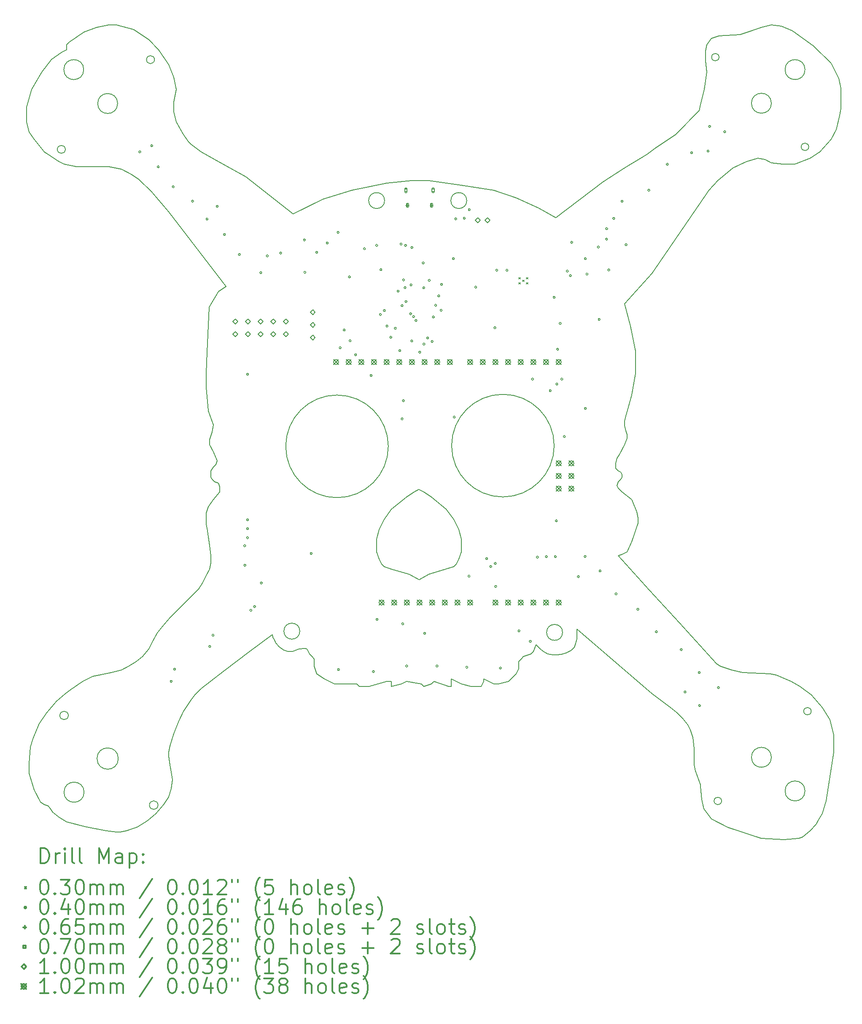
<source format=gbr>
%FSLAX45Y45*%
G04 Gerber Fmt 4.5, Leading zero omitted, Abs format (unit mm)*
G04 Created by KiCad (PCBNEW (5.0.0-rc2-dev-26-g0d794b2)) date Sunday, July 01, 2018 at 08:50:20 PM*
%MOMM*%
%LPD*%
G01*
G04 APERTURE LIST*
%ADD10C,0.150000*%
%ADD11C,0.200000*%
%ADD12C,0.300000*%
G04 APERTURE END LIST*
D10*
X9482911Y-16333216D02*
X9025000Y-16675000D01*
X9492911Y-16393216D02*
X9482911Y-16333216D01*
X9512911Y-16433216D02*
X9492911Y-16393216D01*
X9552911Y-16503216D02*
X9512911Y-16433216D01*
X9622911Y-16583216D02*
X9552911Y-16503216D01*
X9712911Y-16653216D02*
X9622911Y-16583216D01*
X9792911Y-16673216D02*
X9712911Y-16653216D01*
X9892911Y-16673216D02*
X9792911Y-16673216D01*
X10012911Y-16623216D02*
X9892911Y-16673216D01*
X10132911Y-16613216D02*
X10012911Y-16623216D01*
X10175000Y-16625000D02*
X10132911Y-16613216D01*
X14802911Y-16563216D02*
X14772911Y-16543216D01*
X14852911Y-16613216D02*
X14802911Y-16563216D01*
X14912911Y-16663216D02*
X14852911Y-16613216D01*
X14952911Y-16693216D02*
X14912911Y-16663216D01*
X15012911Y-16723216D02*
X14952911Y-16693216D01*
X15112911Y-16743216D02*
X15012911Y-16723216D01*
X15192911Y-16743216D02*
X15112911Y-16743216D01*
X15282911Y-16733216D02*
X15192911Y-16743216D01*
X15392911Y-16703216D02*
X15282911Y-16733216D01*
X15482911Y-16653216D02*
X15392911Y-16703216D01*
X15542911Y-16593216D02*
X15482911Y-16653216D01*
X15572911Y-16513216D02*
X15542911Y-16593216D01*
X15592911Y-16423216D02*
X15572911Y-16513216D01*
X15593911Y-16226157D02*
X15592911Y-16423216D01*
X14772911Y-16543216D02*
X14725000Y-16675000D01*
X17100000Y-17525000D02*
X15593911Y-16226216D01*
X10032911Y-16268216D02*
G75*
G03X10032911Y-16268216I-160000J0D01*
G01*
X15307911Y-16293216D02*
G75*
G03X15307911Y-16293216I-160000J0D01*
G01*
X17102911Y-9093216D02*
X16550000Y-9700000D01*
X18250000Y-7425000D02*
X17102911Y-9093216D01*
X8175000Y-10675000D02*
X8215411Y-9770716D01*
X8400000Y-9450000D02*
X8215411Y-9770716D01*
X18630411Y-20203216D02*
X19300000Y-20425000D01*
X18075000Y-19350000D02*
X18077911Y-19388216D01*
X18292911Y-20035716D02*
X18630411Y-20203216D01*
X18142911Y-19833216D02*
X18292911Y-20035716D01*
X18105411Y-19648216D02*
X18142911Y-19833216D01*
X18077911Y-19388216D02*
X18105411Y-19648216D01*
X17875000Y-18250000D02*
X17925000Y-18400000D01*
X17950000Y-18625000D02*
X17950000Y-18950000D01*
X17950000Y-18950000D02*
X17975000Y-19075000D01*
X17975000Y-19075000D02*
X18075000Y-19350000D01*
X18050000Y-5825000D02*
X18075000Y-5700000D01*
X17575000Y-6300000D02*
X18050000Y-5825000D01*
X20900000Y-5375000D02*
X20900000Y-5775000D01*
X18425000Y-7225000D02*
X18250000Y-7425000D01*
X18725000Y-6975000D02*
X18425000Y-7225000D01*
X19000000Y-6850000D02*
X18725000Y-6975000D01*
X19225000Y-6775000D02*
X19000000Y-6850000D01*
X19375000Y-6800000D02*
X19225000Y-6775000D01*
X19500000Y-6875000D02*
X19375000Y-6800000D01*
X19725000Y-6900000D02*
X19500000Y-6875000D01*
X19975000Y-6900000D02*
X19725000Y-6900000D01*
X20275000Y-6775000D02*
X19975000Y-6900000D01*
X20475000Y-6650000D02*
X20275000Y-6775000D01*
X20700000Y-6400000D02*
X20475000Y-6650000D01*
X20800000Y-6200000D02*
X20700000Y-6400000D01*
X20875000Y-5925000D02*
X20800000Y-6200000D01*
X20900000Y-5775000D02*
X20875000Y-5925000D01*
X20850000Y-5175000D02*
X20900000Y-5375000D01*
X20700000Y-4875000D02*
X20850000Y-5175000D01*
X20350000Y-4525000D02*
X20700000Y-4875000D01*
X19925000Y-4225000D02*
X20350000Y-4525000D01*
X19700000Y-4125000D02*
X19925000Y-4225000D01*
X19500000Y-4100000D02*
X19700000Y-4125000D01*
X19300000Y-4150000D02*
X19500000Y-4100000D01*
X19100000Y-4225000D02*
X19300000Y-4150000D01*
X18875000Y-4300000D02*
X19100000Y-4225000D01*
X18450000Y-4325000D02*
X18875000Y-4300000D01*
X18300000Y-4375000D02*
X18450000Y-4325000D01*
X18200000Y-4500000D02*
X18300000Y-4375000D01*
X18175000Y-4625000D02*
X18200000Y-4500000D01*
X18175000Y-4825000D02*
X18175000Y-4625000D01*
X18200000Y-5050000D02*
X18175000Y-4825000D01*
X18150000Y-5400000D02*
X18200000Y-5050000D01*
X18075000Y-5700000D02*
X18150000Y-5400000D01*
X18450000Y-4750000D02*
G75*
G03X18450000Y-4750000I-75000J0D01*
G01*
X20175000Y-5000000D02*
G75*
G03X20175000Y-5000000I-200000J0D01*
G01*
X20250000Y-6550000D02*
G75*
G03X20250000Y-6550000I-75000J0D01*
G01*
X19500000Y-5675000D02*
G75*
G03X19500000Y-5675000I-200000J0D01*
G01*
X17400000Y-6425000D02*
X17575000Y-6300000D01*
X17175000Y-6575000D02*
X17400000Y-6425000D01*
X17000000Y-6700000D02*
X17175000Y-6575000D01*
X16550000Y-6975000D02*
X17000000Y-6700000D01*
X16125000Y-7250000D02*
X16550000Y-6975000D01*
X15175000Y-7975000D02*
X16125000Y-7250000D01*
X19750000Y-20450000D02*
X19300000Y-20425000D01*
X20050000Y-20425000D02*
X19750000Y-20450000D01*
X16500000Y-14725000D02*
X16600000Y-14675000D01*
X16425000Y-14750000D02*
X16500000Y-14725000D01*
X17050000Y-15450000D02*
X16425000Y-14750000D01*
X17650000Y-16100000D02*
X17050000Y-15450000D01*
X18400000Y-16925000D02*
X17650000Y-16100000D01*
X18475000Y-16975000D02*
X18400000Y-16925000D01*
X18700000Y-17050000D02*
X18475000Y-16975000D01*
X18925000Y-17100000D02*
X18700000Y-17050000D01*
X19475000Y-17125000D02*
X18925000Y-17100000D01*
X19600000Y-17150000D02*
X19475000Y-17125000D01*
X19900000Y-17275000D02*
X19600000Y-17150000D01*
X20075000Y-17375000D02*
X19900000Y-17275000D01*
X20300000Y-17550000D02*
X20075000Y-17375000D01*
X20525000Y-17800000D02*
X20300000Y-17550000D01*
X20675000Y-18050000D02*
X20525000Y-17800000D01*
X20750000Y-18350000D02*
X20675000Y-18050000D01*
X20750000Y-18700000D02*
X20750000Y-18350000D01*
X20600000Y-19675000D02*
X20750000Y-18700000D01*
X20525000Y-19925000D02*
X20600000Y-19675000D01*
X20450000Y-20050000D02*
X20525000Y-19925000D01*
X20400000Y-20150000D02*
X20450000Y-20050000D01*
X20275000Y-20275000D02*
X20400000Y-20150000D01*
X20125000Y-20400000D02*
X20275000Y-20275000D01*
X20050000Y-20425000D02*
X20125000Y-20400000D01*
X17925000Y-18400000D02*
X17950000Y-18625000D01*
X17825000Y-18150000D02*
X17875000Y-18250000D01*
X17725000Y-18025000D02*
X17825000Y-18150000D01*
X17600000Y-17900000D02*
X17725000Y-18025000D01*
X17475000Y-17800000D02*
X17600000Y-17900000D01*
X17275000Y-17650000D02*
X17475000Y-17800000D01*
X17100000Y-17525000D02*
X17275000Y-17650000D01*
X8500000Y-17075000D02*
X9025000Y-16675000D01*
X8050000Y-17425000D02*
X8500000Y-17075000D01*
X7925000Y-17550000D02*
X8050000Y-17425000D01*
X7850000Y-17650000D02*
X7925000Y-17550000D01*
X7700000Y-17875000D02*
X7850000Y-17650000D01*
X7600000Y-18075000D02*
X7700000Y-17875000D01*
X7500000Y-18325000D02*
X7600000Y-18075000D01*
X7425000Y-18575000D02*
X7500000Y-18325000D01*
X7400000Y-18700000D02*
X7425000Y-18575000D01*
X7400000Y-18775000D02*
X7400000Y-18700000D01*
X7425000Y-18950000D02*
X7400000Y-18775000D01*
X7450000Y-19100000D02*
X7425000Y-18950000D01*
X7475000Y-19250000D02*
X7450000Y-19100000D01*
X7450000Y-19425000D02*
X7475000Y-19250000D01*
X7400000Y-19600000D02*
X7450000Y-19425000D01*
X7300000Y-19750000D02*
X7400000Y-19600000D01*
X7150000Y-19925000D02*
X7300000Y-19750000D01*
X6975000Y-20075000D02*
X7150000Y-19925000D01*
X6775000Y-20200000D02*
X6975000Y-20075000D01*
X6550000Y-20275000D02*
X6775000Y-20200000D01*
X6425000Y-20300000D02*
X6550000Y-20275000D01*
X6350000Y-20300000D02*
X6425000Y-20300000D01*
X6150000Y-20275000D02*
X6350000Y-20300000D01*
X5750000Y-20200000D02*
X6150000Y-20275000D01*
X5350000Y-20100000D02*
X5750000Y-20200000D01*
X5200000Y-20000000D02*
X5350000Y-20100000D01*
X5075000Y-19900000D02*
X5200000Y-20000000D01*
X5025000Y-19825000D02*
X5075000Y-19900000D01*
X4975000Y-19775000D02*
X5025000Y-19825000D01*
X4900000Y-19750000D02*
X4975000Y-19775000D01*
X4825000Y-19700000D02*
X4900000Y-19750000D01*
X4700000Y-19450000D02*
X4825000Y-19700000D01*
X4600000Y-19125000D02*
X4700000Y-19450000D01*
X4600000Y-18925000D02*
X4600000Y-19125000D01*
X4625000Y-18600000D02*
X4600000Y-18925000D01*
X4675000Y-18425000D02*
X4625000Y-18600000D01*
X4800000Y-18125000D02*
X4675000Y-18425000D01*
X4950000Y-17900000D02*
X4800000Y-18125000D01*
X5150000Y-17675000D02*
X4950000Y-17900000D01*
X5325000Y-17525000D02*
X5150000Y-17675000D01*
X5425000Y-17450000D02*
X5325000Y-17525000D01*
X5675000Y-17275000D02*
X5425000Y-17450000D01*
X5875000Y-17175000D02*
X5675000Y-17275000D01*
X6000000Y-17150000D02*
X5875000Y-17175000D01*
X6250000Y-17100000D02*
X6000000Y-17150000D01*
X6450000Y-17050000D02*
X6250000Y-17100000D01*
X6600000Y-16975000D02*
X6450000Y-17050000D01*
X6750000Y-16875000D02*
X6600000Y-16975000D01*
X6875000Y-16775000D02*
X6750000Y-16875000D01*
X7000000Y-16625000D02*
X6875000Y-16775000D01*
X7075000Y-16475000D02*
X7000000Y-16625000D01*
X7175000Y-16300000D02*
X7075000Y-16475000D01*
X7275000Y-16175000D02*
X7175000Y-16300000D01*
X7425000Y-16000000D02*
X7275000Y-16175000D01*
X7650000Y-15775000D02*
X7425000Y-16000000D01*
X8000000Y-15425000D02*
X7650000Y-15775000D01*
X8075000Y-15300000D02*
X8000000Y-15425000D01*
X8150000Y-15150000D02*
X8075000Y-15300000D01*
X10500000Y-7600000D02*
X11075000Y-7425000D01*
X9900000Y-7900000D02*
X10500000Y-7600000D01*
X8550000Y-9350000D02*
X8400000Y-9450000D01*
X7400000Y-7850000D02*
X8550000Y-9350000D01*
X7050000Y-7450000D02*
X7400000Y-7850000D01*
X6800000Y-7200000D02*
X7050000Y-7450000D01*
X6650000Y-7100000D02*
X6800000Y-7200000D01*
X6450000Y-7000000D02*
X6650000Y-7100000D01*
X6200000Y-6950000D02*
X6450000Y-7000000D01*
X6100000Y-6950000D02*
X6200000Y-6950000D01*
X5550000Y-6950000D02*
X6100000Y-6950000D01*
X5300000Y-6900000D02*
X5550000Y-6950000D01*
X5200000Y-6850000D02*
X5300000Y-6900000D01*
X4900000Y-6650000D02*
X5200000Y-6850000D01*
X4700000Y-6400000D02*
X4900000Y-6650000D01*
X4600000Y-6250000D02*
X4700000Y-6400000D01*
X4550000Y-6050000D02*
X4600000Y-6250000D01*
X4550000Y-5750000D02*
X4550000Y-6050000D01*
X4650000Y-5400000D02*
X4550000Y-5750000D01*
X4850000Y-5050000D02*
X4650000Y-5400000D01*
X5050000Y-4800000D02*
X4850000Y-5050000D01*
X5250000Y-4650000D02*
X5050000Y-4800000D01*
X5350000Y-4600000D02*
X5250000Y-4650000D01*
X5350000Y-4550000D02*
X5350000Y-4600000D01*
X5350000Y-4500000D02*
X5350000Y-4550000D01*
X5400000Y-4450000D02*
X5350000Y-4500000D01*
X5700000Y-4250000D02*
X5400000Y-4450000D01*
X5950000Y-4150000D02*
X5700000Y-4250000D01*
X6200000Y-4100000D02*
X5950000Y-4150000D01*
X6350000Y-4100000D02*
X6200000Y-4100000D01*
X6700000Y-4200000D02*
X6350000Y-4100000D01*
X7000000Y-4400000D02*
X6700000Y-4200000D01*
X7200000Y-4600000D02*
X7000000Y-4400000D01*
X7400000Y-4900000D02*
X7200000Y-4600000D01*
X7500000Y-5150000D02*
X7400000Y-4900000D01*
X7550000Y-5400000D02*
X7500000Y-5150000D01*
X7500000Y-5650000D02*
X7550000Y-5400000D01*
X7500000Y-5850000D02*
X7500000Y-5650000D01*
X7550000Y-6050000D02*
X7500000Y-5850000D01*
X7700000Y-6300000D02*
X7550000Y-6050000D01*
X7800000Y-6450000D02*
X7700000Y-6300000D01*
X7850000Y-6500000D02*
X7800000Y-6450000D01*
X8050000Y-6650000D02*
X7850000Y-6500000D01*
X8400000Y-6850000D02*
X8050000Y-6650000D01*
X8950000Y-7150000D02*
X8400000Y-6850000D01*
X9900000Y-7900000D02*
X8950000Y-7150000D01*
X8225000Y-15025000D02*
X8150000Y-15150000D01*
X20175000Y-19475000D02*
G75*
G03X20175000Y-19475000I-200000J0D01*
G01*
X19500000Y-18800000D02*
G75*
G03X19500000Y-18800000I-200000J0D01*
G01*
X18500000Y-19675000D02*
G75*
G03X18500000Y-19675000I-75000J0D01*
G01*
X20300000Y-17875000D02*
G75*
G03X20300000Y-17875000I-75000J0D01*
G01*
X5384853Y-17960000D02*
G75*
G03X5384853Y-17960000I-84853J0D01*
G01*
X7186023Y-19760000D02*
G75*
G03X7186023Y-19760000I-86023J0D01*
G01*
X6388600Y-18825000D02*
G75*
G03X6388600Y-18825000I-213600J0D01*
G01*
X5701556Y-19500000D02*
G75*
G03X5701556Y-19500000I-201556J0D01*
G01*
X5695000Y-5000000D02*
G75*
G03X5695000Y-5000000I-200000J0D01*
G01*
X6375000Y-5680000D02*
G75*
G03X6375000Y-5680000I-200000J0D01*
G01*
X7115000Y-4800000D02*
G75*
G03X7115000Y-4800000I-80000J0D01*
G01*
X5325000Y-6600000D02*
G75*
G03X5325000Y-6600000I-80000J0D01*
G01*
X16675000Y-10150000D02*
X16550000Y-9700000D01*
X16775000Y-10650000D02*
X16675000Y-10150000D01*
X16775000Y-11100000D02*
X16775000Y-10650000D01*
X16700000Y-11525000D02*
X16775000Y-11100000D01*
X16625000Y-11775000D02*
X16700000Y-11525000D01*
X16575000Y-11950000D02*
X16625000Y-11775000D01*
X16550000Y-12050000D02*
X16575000Y-11950000D01*
X16550000Y-12150000D02*
X16550000Y-12050000D01*
X16575000Y-12250000D02*
X16550000Y-12150000D01*
X16600000Y-12325000D02*
X16575000Y-12250000D01*
X16600000Y-12400000D02*
X16600000Y-12325000D01*
X16550000Y-12525000D02*
X16600000Y-12400000D01*
X16450000Y-12725000D02*
X16550000Y-12525000D01*
X16400000Y-12800000D02*
X16450000Y-12725000D01*
X16375000Y-12900000D02*
X16400000Y-12800000D01*
X16375000Y-13000000D02*
X16375000Y-12900000D01*
X16425000Y-13050000D02*
X16375000Y-13000000D01*
X16475000Y-13075000D02*
X16425000Y-13050000D01*
X16500000Y-13125000D02*
X16475000Y-13075000D01*
X16500000Y-13175000D02*
X16500000Y-13125000D01*
X16475000Y-13225000D02*
X16500000Y-13175000D01*
X16450000Y-13250000D02*
X16475000Y-13225000D01*
X16425000Y-13275000D02*
X16450000Y-13250000D01*
X16400000Y-13350000D02*
X16425000Y-13275000D01*
X16425000Y-13400000D02*
X16400000Y-13350000D01*
X16500000Y-13475000D02*
X16425000Y-13400000D01*
X16700000Y-13625000D02*
X16500000Y-13475000D01*
X16800000Y-13875000D02*
X16700000Y-13625000D01*
X16825000Y-14000000D02*
X16800000Y-13875000D01*
X16825000Y-14100000D02*
X16825000Y-14000000D01*
X16700000Y-14475000D02*
X16825000Y-14100000D01*
X16600000Y-14675000D02*
X16700000Y-14475000D01*
X8250000Y-14900000D02*
X8225000Y-15025000D01*
X8250000Y-14750000D02*
X8250000Y-14900000D01*
X8225000Y-14550000D02*
X8250000Y-14750000D01*
X8200000Y-14375000D02*
X8225000Y-14550000D01*
X8175000Y-14200000D02*
X8200000Y-14375000D01*
X8150000Y-14125000D02*
X8175000Y-14200000D01*
X8150000Y-14000000D02*
X8150000Y-14125000D01*
X8150000Y-13900000D02*
X8150000Y-14000000D01*
X8200000Y-13775000D02*
X8150000Y-13900000D01*
X8300000Y-13625000D02*
X8200000Y-13775000D01*
X8425000Y-13475000D02*
X8300000Y-13625000D01*
X8425000Y-13375000D02*
X8425000Y-13475000D01*
X8400000Y-13300000D02*
X8425000Y-13375000D01*
X8325000Y-13275000D02*
X8400000Y-13300000D01*
X8275000Y-13225000D02*
X8325000Y-13275000D01*
X8250000Y-13175000D02*
X8275000Y-13225000D01*
X8250000Y-13125000D02*
X8250000Y-13175000D01*
X8250000Y-13050000D02*
X8250000Y-13125000D01*
X8300000Y-12975000D02*
X8250000Y-13050000D01*
X8350000Y-12925000D02*
X8300000Y-12975000D01*
X8375000Y-12850000D02*
X8350000Y-12925000D01*
X8300000Y-12675000D02*
X8375000Y-12850000D01*
X8225000Y-12525000D02*
X8300000Y-12675000D01*
X8225000Y-12425000D02*
X8225000Y-12525000D01*
X8275000Y-12275000D02*
X8225000Y-12425000D01*
X8300000Y-12125000D02*
X8275000Y-12275000D01*
X8200000Y-11850000D02*
X8300000Y-12125000D01*
X8150000Y-11375000D02*
X8200000Y-11850000D01*
X8150000Y-11100000D02*
X8150000Y-11375000D01*
X8175000Y-10675000D02*
X8150000Y-11100000D01*
X13384510Y-7627620D02*
G75*
G03X13384510Y-7627620I-160000J0D01*
G01*
X11734780Y-7627620D02*
G75*
G03X11734780Y-7627620I-160000J0D01*
G01*
X14675000Y-16725000D02*
X14725000Y-16675000D01*
X14525000Y-16775000D02*
X14675000Y-16725000D01*
X14475000Y-16825000D02*
X14525000Y-16775000D01*
X14425000Y-16875000D02*
X14475000Y-16825000D01*
X14425000Y-17025000D02*
X14425000Y-16875000D01*
X14375000Y-17125000D02*
X14425000Y-17025000D01*
X14225000Y-17275000D02*
X14375000Y-17125000D01*
X14025000Y-17325000D02*
X14225000Y-17275000D01*
X13925000Y-17325000D02*
X14025000Y-17325000D01*
X13725000Y-17225000D02*
X13925000Y-17325000D01*
X13725000Y-17275000D02*
X13725000Y-17225000D01*
X13675000Y-17375000D02*
X13725000Y-17275000D01*
X13625000Y-17375000D02*
X13675000Y-17375000D01*
X13475000Y-17375000D02*
X13625000Y-17375000D01*
X13275000Y-17325000D02*
X13475000Y-17375000D01*
X13075000Y-17225000D02*
X13275000Y-17325000D01*
X13075000Y-17375000D02*
X13075000Y-17225000D01*
X13025000Y-17375000D02*
X13075000Y-17375000D01*
X12725000Y-17275000D02*
X13025000Y-17375000D01*
X12675000Y-17325000D02*
X12725000Y-17275000D01*
X12525000Y-17375000D02*
X12675000Y-17325000D01*
X12475000Y-17325000D02*
X12525000Y-17375000D01*
X12175000Y-17275000D02*
X12475000Y-17325000D01*
X12075000Y-17325000D02*
X12175000Y-17275000D01*
X11875000Y-17375000D02*
X12075000Y-17325000D01*
X11875000Y-17275000D02*
X11875000Y-17375000D01*
X11775000Y-17275000D02*
X11875000Y-17275000D01*
X11425000Y-17375000D02*
X11775000Y-17275000D01*
X11225000Y-17375000D02*
X11425000Y-17375000D01*
X11175000Y-17325000D02*
X11225000Y-17375000D01*
X11075000Y-17325000D02*
X11175000Y-17325000D01*
X10725000Y-17325000D02*
X11075000Y-17325000D01*
X10525000Y-17225000D02*
X10725000Y-17325000D01*
X10375000Y-17125000D02*
X10525000Y-17225000D01*
X10325000Y-16975000D02*
X10375000Y-17125000D01*
X10325000Y-16825000D02*
X10325000Y-16975000D01*
X10275000Y-16775000D02*
X10325000Y-16825000D01*
X10225000Y-16725000D02*
X10275000Y-16775000D01*
X10175000Y-16625000D02*
X10225000Y-16725000D01*
X11775000Y-7275000D02*
X11075000Y-7425000D01*
X12275000Y-7225000D02*
X11775000Y-7275000D01*
X12475000Y-7225000D02*
X12275000Y-7225000D01*
X12625000Y-7225000D02*
X12475000Y-7225000D01*
X13325000Y-7325000D02*
X12625000Y-7225000D01*
X13925000Y-7425000D02*
X13325000Y-7325000D01*
X14375000Y-7575000D02*
X13925000Y-7425000D01*
X14825000Y-7775000D02*
X14375000Y-7575000D01*
X15175000Y-7975000D02*
X14825000Y-7775000D01*
X12425680Y-15232380D02*
X12225000Y-15125000D01*
X12625000Y-15125000D02*
X12425680Y-15232380D01*
X13125000Y-14975000D02*
X12625000Y-15125000D01*
X13175000Y-14925000D02*
X13125000Y-14975000D01*
X13225000Y-14825000D02*
X13175000Y-14925000D01*
X13275000Y-14675000D02*
X13225000Y-14825000D01*
X13275000Y-14425000D02*
X13275000Y-14675000D01*
X13225000Y-14225000D02*
X13275000Y-14425000D01*
X13125000Y-14025000D02*
X13225000Y-14225000D01*
X12975000Y-13825000D02*
X13125000Y-14025000D01*
X12675000Y-13575000D02*
X12975000Y-13825000D01*
X12525000Y-13475000D02*
X12675000Y-13575000D01*
X12425000Y-13425000D02*
X12525000Y-13475000D01*
X11875000Y-15025000D02*
X12225000Y-15125000D01*
X11725000Y-14975000D02*
X11875000Y-15025000D01*
X11675000Y-14925000D02*
X11725000Y-14975000D01*
X11625000Y-14825000D02*
X11675000Y-14925000D01*
X11575000Y-14675000D02*
X11625000Y-14825000D01*
X11575000Y-14525000D02*
X11575000Y-14675000D01*
X11575000Y-14425000D02*
X11575000Y-14525000D01*
X11625000Y-14225000D02*
X11575000Y-14425000D01*
X11675000Y-14125000D02*
X11625000Y-14225000D01*
X11725000Y-14025000D02*
X11675000Y-14125000D01*
X11875000Y-13825000D02*
X11725000Y-14025000D01*
X12175000Y-13575000D02*
X11875000Y-13825000D01*
X12325000Y-13475000D02*
X12175000Y-13575000D01*
X12425000Y-13425000D02*
X12325000Y-13475000D01*
X15139563Y-12545000D02*
G75*
G03X15139563Y-12545000I-1029563J0D01*
G01*
X11809563Y-12560000D02*
G75*
G03X11809563Y-12560000I-1029563J0D01*
G01*
D11*
X14431490Y-9172370D02*
X14461490Y-9202370D01*
X14461490Y-9172370D02*
X14431490Y-9202370D01*
X14431490Y-9272370D02*
X14461490Y-9302370D01*
X14461490Y-9272370D02*
X14431490Y-9302370D01*
X14506490Y-9222370D02*
X14536490Y-9252370D01*
X14536490Y-9222370D02*
X14506490Y-9252370D01*
X14581490Y-9172370D02*
X14611490Y-9202370D01*
X14611490Y-9172370D02*
X14581490Y-9202370D01*
X14581490Y-9272370D02*
X14611490Y-9302370D01*
X14611490Y-9272370D02*
X14581490Y-9302370D01*
X6840000Y-6650000D02*
G75*
G03X6840000Y-6650000I-20000J0D01*
G01*
X7080103Y-6526380D02*
G75*
G03X7080103Y-6526380I-20000J0D01*
G01*
X7210000Y-6950000D02*
G75*
G03X7210000Y-6950000I-20000J0D01*
G01*
X7470000Y-17275000D02*
G75*
G03X7470000Y-17275000I-20000J0D01*
G01*
X7510000Y-7350000D02*
G75*
G03X7510000Y-7350000I-20000J0D01*
G01*
X7540000Y-17030000D02*
G75*
G03X7540000Y-17030000I-20000J0D01*
G01*
X7900000Y-7640000D02*
G75*
G03X7900000Y-7640000I-20000J0D01*
G01*
X8190000Y-8000000D02*
G75*
G03X8190000Y-8000000I-20000J0D01*
G01*
X8245000Y-16575000D02*
G75*
G03X8245000Y-16575000I-20000J0D01*
G01*
X8310000Y-16350000D02*
G75*
G03X8310000Y-16350000I-20000J0D01*
G01*
X8394299Y-7745580D02*
G75*
G03X8394299Y-7745580I-20000J0D01*
G01*
X8540000Y-8310000D02*
G75*
G03X8540000Y-8310000I-20000J0D01*
G01*
X8840000Y-8710000D02*
G75*
G03X8840000Y-8710000I-20000J0D01*
G01*
X8947511Y-14555066D02*
G75*
G03X8947511Y-14555066I-20000J0D01*
G01*
X8951000Y-14945300D02*
G75*
G03X8951000Y-14945300I-20000J0D01*
G01*
X9002911Y-14033216D02*
G75*
G03X9002911Y-14033216I-20000J0D01*
G01*
X9002911Y-14033216D02*
G75*
G03X9002911Y-14033216I-20000J0D01*
G01*
X9002911Y-14213216D02*
G75*
G03X9002911Y-14213216I-20000J0D01*
G01*
X9002911Y-14393216D02*
G75*
G03X9002911Y-14393216I-20000J0D01*
G01*
X9002911Y-14393216D02*
G75*
G03X9002911Y-14393216I-20000J0D01*
G01*
X9003911Y-11113216D02*
G75*
G03X9003911Y-11113216I-20000J0D01*
G01*
X9070000Y-15850000D02*
G75*
G03X9070000Y-15850000I-20000J0D01*
G01*
X9145000Y-15775000D02*
G75*
G03X9145000Y-15775000I-20000J0D01*
G01*
X9270000Y-9075000D02*
G75*
G03X9270000Y-9075000I-20000J0D01*
G01*
X9281200Y-15300900D02*
G75*
G03X9281200Y-15300900I-20000J0D01*
G01*
X9398361Y-8738466D02*
G75*
G03X9398361Y-8738466I-20000J0D01*
G01*
X9667911Y-8680216D02*
G75*
G03X9667911Y-8680216I-20000J0D01*
G01*
X10145411Y-8418216D02*
G75*
G03X10145411Y-8418216I-20000J0D01*
G01*
X10154011Y-9068666D02*
G75*
G03X10154011Y-9068666I-20000J0D01*
G01*
X10280503Y-14710260D02*
G75*
G03X10280503Y-14710260I-20000J0D01*
G01*
X10392911Y-8668216D02*
G75*
G03X10392911Y-8668216I-20000J0D01*
G01*
X10602911Y-8478216D02*
G75*
G03X10602911Y-8478216I-20000J0D01*
G01*
X10820411Y-8265716D02*
G75*
G03X10820411Y-8265716I-20000J0D01*
G01*
X10830000Y-17040000D02*
G75*
G03X10830000Y-17040000I-20000J0D01*
G01*
X10862350Y-10582850D02*
G75*
G03X10862350Y-10582850I-20000J0D01*
G01*
X10945000Y-10225000D02*
G75*
G03X10945000Y-10225000I-20000J0D01*
G01*
X11050000Y-9160000D02*
G75*
G03X11050000Y-9160000I-20000J0D01*
G01*
X11062061Y-10440266D02*
G75*
G03X11062061Y-10440266I-20000J0D01*
G01*
X11173500Y-10722550D02*
G75*
G03X11173500Y-10722550I-20000J0D01*
G01*
X11350411Y-8593216D02*
G75*
G03X11350411Y-8593216I-20000J0D01*
G01*
X11482911Y-11138216D02*
G75*
G03X11482911Y-11138216I-20000J0D01*
G01*
X11530000Y-17080000D02*
G75*
G03X11530000Y-17080000I-20000J0D01*
G01*
X11596050Y-8526780D02*
G75*
G03X11596050Y-8526780I-20000J0D01*
G01*
X11602319Y-16032584D02*
G75*
G03X11602319Y-16032584I-20000J0D01*
G01*
X11670000Y-9915000D02*
G75*
G03X11670000Y-9915000I-20000J0D01*
G01*
X11681500Y-9014400D02*
G75*
G03X11681500Y-9014400I-20000J0D01*
G01*
X11750000Y-9835000D02*
G75*
G03X11750000Y-9835000I-20000J0D01*
G01*
X11802150Y-10144700D02*
G75*
G03X11802150Y-10144700I-20000J0D01*
G01*
X11880000Y-10370000D02*
G75*
G03X11880000Y-10370000I-20000J0D01*
G01*
X11970000Y-10190000D02*
G75*
G03X11970000Y-10190000I-20000J0D01*
G01*
X12025472Y-9447501D02*
G75*
G03X12025472Y-9447501I-20000J0D01*
G01*
X12060000Y-10640000D02*
G75*
G03X12060000Y-10640000I-20000J0D01*
G01*
X12085000Y-8500000D02*
G75*
G03X12085000Y-8500000I-20000J0D01*
G01*
X12105000Y-9735000D02*
G75*
G03X12105000Y-9735000I-20000J0D01*
G01*
X12106075Y-12009052D02*
G75*
G03X12106075Y-12009052I-20000J0D01*
G01*
X12120000Y-16120000D02*
G75*
G03X12120000Y-16120000I-20000J0D01*
G01*
X12132911Y-11643216D02*
G75*
G03X12132911Y-11643216I-20000J0D01*
G01*
X12135411Y-9220716D02*
G75*
G03X12135411Y-9220716I-20000J0D01*
G01*
X12165000Y-9375000D02*
G75*
G03X12165000Y-9375000I-20000J0D01*
G01*
X12175795Y-8528098D02*
G75*
G03X12175795Y-8528098I-20000J0D01*
G01*
X12185000Y-9655000D02*
G75*
G03X12185000Y-9655000I-20000J0D01*
G01*
X12198711Y-16968066D02*
G75*
G03X12198711Y-16968066I-20000J0D01*
G01*
X12277944Y-9900446D02*
G75*
G03X12277944Y-9900446I-20000J0D01*
G01*
X12285411Y-9320716D02*
G75*
G03X12285411Y-9320716I-20000J0D01*
G01*
X12300481Y-10444999D02*
G75*
G03X12300481Y-10444999I-20000J0D01*
G01*
X12302499Y-8569707D02*
G75*
G03X12302499Y-8569707I-20000J0D01*
G01*
X12335767Y-9955733D02*
G75*
G03X12335767Y-9955733I-20000J0D01*
G01*
X12385000Y-10035000D02*
G75*
G03X12385000Y-10035000I-20000J0D01*
G01*
X12460000Y-10670000D02*
G75*
G03X12460000Y-10670000I-20000J0D01*
G01*
X12530000Y-8880000D02*
G75*
G03X12530000Y-8880000I-20000J0D01*
G01*
X12540411Y-9378216D02*
G75*
G03X12540411Y-9378216I-20000J0D01*
G01*
X12545000Y-10507500D02*
G75*
G03X12545000Y-10507500I-20000J0D01*
G01*
X12560000Y-16310000D02*
G75*
G03X12560000Y-16310000I-20000J0D01*
G01*
X12620000Y-10385000D02*
G75*
G03X12620000Y-10385000I-20000J0D01*
G01*
X12651021Y-9229575D02*
G75*
G03X12651021Y-9229575I-20000J0D01*
G01*
X12708305Y-10456695D02*
G75*
G03X12708305Y-10456695I-20000J0D01*
G01*
X12735000Y-9965001D02*
G75*
G03X12735000Y-9965001I-20000J0D01*
G01*
X12780000Y-9730000D02*
G75*
G03X12780000Y-9730000I-20000J0D01*
G01*
X12808311Y-16968066D02*
G75*
G03X12808311Y-16968066I-20000J0D01*
G01*
X12841041Y-9541041D02*
G75*
G03X12841041Y-9541041I-20000J0D01*
G01*
X12890000Y-9830000D02*
G75*
G03X12890000Y-9830000I-20000J0D01*
G01*
X12899195Y-9309195D02*
G75*
G03X12899195Y-9309195I-20000J0D01*
G01*
X13135000Y-8795000D02*
G75*
G03X13135000Y-8795000I-20000J0D01*
G01*
X13152911Y-11973216D02*
G75*
G03X13152911Y-11973216I-20000J0D01*
G01*
X13182911Y-7995716D02*
G75*
G03X13182911Y-7995716I-20000J0D01*
G01*
X13355411Y-7983216D02*
G75*
G03X13355411Y-7983216I-20000J0D01*
G01*
X13405211Y-16993466D02*
G75*
G03X13405211Y-16993466I-20000J0D01*
G01*
X13449911Y-15164216D02*
G75*
G03X13449911Y-15164216I-20000J0D01*
G01*
X13454599Y-7811110D02*
G75*
G03X13454599Y-7811110I-20000J0D01*
G01*
X13585001Y-9365000D02*
G75*
G03X13585001Y-9365000I-20000J0D01*
G01*
X13804911Y-14813216D02*
G75*
G03X13804911Y-14813216I-20000J0D01*
G01*
X13885411Y-14970716D02*
G75*
G03X13885411Y-14970716I-20000J0D01*
G01*
X13970000Y-10180000D02*
G75*
G03X13970000Y-10180000I-20000J0D01*
G01*
X13975911Y-14909166D02*
G75*
G03X13975911Y-14909166I-20000J0D01*
G01*
X13975911Y-14909166D02*
G75*
G03X13975911Y-14909166I-20000J0D01*
G01*
X13985411Y-15370716D02*
G75*
G03X13985411Y-15370716I-20000J0D01*
G01*
X14006510Y-9027160D02*
G75*
G03X14006510Y-9027160I-20000J0D01*
G01*
X14080000Y-17010000D02*
G75*
G03X14080000Y-17010000I-20000J0D01*
G01*
X14210980Y-9027160D02*
G75*
G03X14210980Y-9027160I-20000J0D01*
G01*
X14452961Y-16263216D02*
G75*
G03X14452961Y-16263216I-20000J0D01*
G01*
X14681561Y-16472766D02*
G75*
G03X14681561Y-16472766I-20000J0D01*
G01*
X14725411Y-11210716D02*
G75*
G03X14725411Y-11210716I-20000J0D01*
G01*
X14822911Y-14783216D02*
G75*
G03X14822911Y-14783216I-20000J0D01*
G01*
X15002911Y-14773216D02*
G75*
G03X15002911Y-14773216I-20000J0D01*
G01*
X15080691Y-11443216D02*
G75*
G03X15080691Y-11443216I-20000J0D01*
G01*
X15158400Y-9569450D02*
G75*
G03X15158400Y-9569450I-20000J0D01*
G01*
X15182911Y-14773216D02*
G75*
G03X15182911Y-14773216I-20000J0D01*
G01*
X15202515Y-14053924D02*
G75*
G03X15202515Y-14053924I-20000J0D01*
G01*
X15213691Y-11310216D02*
G75*
G03X15213691Y-11310216I-20000J0D01*
G01*
X15213691Y-11310216D02*
G75*
G03X15213691Y-11310216I-20000J0D01*
G01*
X15227911Y-10610716D02*
G75*
G03X15227911Y-10610716I-20000J0D01*
G01*
X15280411Y-10093216D02*
G75*
G03X15280411Y-10093216I-20000J0D01*
G01*
X15312911Y-11210996D02*
G75*
G03X15312911Y-11210996I-20000J0D01*
G01*
X15312911Y-11210996D02*
G75*
G03X15312911Y-11210996I-20000J0D01*
G01*
X15362911Y-12363216D02*
G75*
G03X15362911Y-12363216I-20000J0D01*
G01*
X15422911Y-9043216D02*
G75*
G03X15422911Y-9043216I-20000J0D01*
G01*
X15485411Y-9135716D02*
G75*
G03X15485411Y-9135716I-20000J0D01*
G01*
X15511379Y-8465924D02*
G75*
G03X15511379Y-8465924I-20000J0D01*
G01*
X15645000Y-15175000D02*
G75*
G03X15645000Y-15175000I-20000J0D01*
G01*
X15780000Y-14770000D02*
G75*
G03X15780000Y-14770000I-20000J0D01*
G01*
X15785411Y-8795716D02*
G75*
G03X15785411Y-8795716I-20000J0D01*
G01*
X15785411Y-11800716D02*
G75*
G03X15785411Y-11800716I-20000J0D01*
G01*
X15817911Y-9103216D02*
G75*
G03X15817911Y-9103216I-20000J0D01*
G01*
X16045411Y-8560716D02*
G75*
G03X16045411Y-8560716I-20000J0D01*
G01*
X16062640Y-10012680D02*
G75*
G03X16062640Y-10012680I-20000J0D01*
G01*
X16080000Y-15060000D02*
G75*
G03X16080000Y-15060000I-20000J0D01*
G01*
X16210411Y-8400716D02*
G75*
G03X16210411Y-8400716I-20000J0D01*
G01*
X16212911Y-8193216D02*
G75*
G03X16212911Y-8193216I-20000J0D01*
G01*
X16255411Y-9020716D02*
G75*
G03X16255411Y-9020716I-20000J0D01*
G01*
X16355100Y-7985700D02*
G75*
G03X16355100Y-7985700I-20000J0D01*
G01*
X16400000Y-15520000D02*
G75*
G03X16400000Y-15520000I-20000J0D01*
G01*
X16522911Y-7643216D02*
G75*
G03X16522911Y-7643216I-20000J0D01*
G01*
X16602911Y-8513216D02*
G75*
G03X16602911Y-8513216I-20000J0D01*
G01*
X16840000Y-15830000D02*
G75*
G03X16840000Y-15830000I-20000J0D01*
G01*
X17060000Y-7420000D02*
G75*
G03X17060000Y-7420000I-20000J0D01*
G01*
X17210000Y-16280000D02*
G75*
G03X17210000Y-16280000I-20000J0D01*
G01*
X17430000Y-6900000D02*
G75*
G03X17430000Y-6900000I-20000J0D01*
G01*
X17710000Y-16640000D02*
G75*
G03X17710000Y-16640000I-20000J0D01*
G01*
X17786711Y-17488766D02*
G75*
G03X17786711Y-17488766I-20000J0D01*
G01*
X17920000Y-6670000D02*
G75*
G03X17920000Y-6670000I-20000J0D01*
G01*
X18070000Y-17100000D02*
G75*
G03X18070000Y-17100000I-20000J0D01*
G01*
X18078811Y-17761816D02*
G75*
G03X18078811Y-17761816I-20000J0D01*
G01*
X18247911Y-6635716D02*
G75*
G03X18247911Y-6635716I-20000J0D01*
G01*
X18280000Y-6140000D02*
G75*
G03X18280000Y-6140000I-20000J0D01*
G01*
X18457313Y-17400000D02*
G75*
G03X18457313Y-17400000I-20000J0D01*
G01*
X18583255Y-6247488D02*
G75*
G03X18583255Y-6247488I-20000J0D01*
G01*
X12194200Y-7689750D02*
X12194200Y-7754750D01*
X12161700Y-7722250D02*
X12226700Y-7722250D01*
X12171700Y-7702250D02*
X12171700Y-7742250D01*
X12216700Y-7702250D02*
X12216700Y-7742250D01*
X12171700Y-7742250D02*
G75*
G03X12216700Y-7742250I22500J0D01*
G01*
X12216700Y-7702250D02*
G75*
G03X12171700Y-7702250I-22500J0D01*
G01*
X12678200Y-7689750D02*
X12678200Y-7754750D01*
X12645700Y-7722250D02*
X12710700Y-7722250D01*
X12655700Y-7702250D02*
X12655700Y-7742250D01*
X12700700Y-7702250D02*
X12700700Y-7742250D01*
X12655700Y-7742250D02*
G75*
G03X12700700Y-7742250I22500J0D01*
G01*
X12700700Y-7702250D02*
G75*
G03X12655700Y-7702250I-22500J0D01*
G01*
X12187949Y-7446999D02*
X12187949Y-7397501D01*
X12138451Y-7397501D01*
X12138451Y-7446999D01*
X12187949Y-7446999D01*
X12138200Y-7397250D02*
X12138200Y-7447250D01*
X12188200Y-7397250D02*
X12188200Y-7447250D01*
X12138200Y-7447250D02*
G75*
G03X12188200Y-7447250I25000J0D01*
G01*
X12188200Y-7397250D02*
G75*
G03X12138200Y-7397250I-25000J0D01*
G01*
X12733949Y-7446999D02*
X12733949Y-7397501D01*
X12684451Y-7397501D01*
X12684451Y-7446999D01*
X12733949Y-7446999D01*
X12684200Y-7397250D02*
X12684200Y-7447250D01*
X12734200Y-7397250D02*
X12734200Y-7447250D01*
X12684200Y-7447250D02*
G75*
G03X12734200Y-7447250I25000J0D01*
G01*
X12734200Y-7397250D02*
G75*
G03X12684200Y-7397250I-25000J0D01*
G01*
X10292080Y-9917900D02*
X10342080Y-9867900D01*
X10292080Y-9817900D01*
X10242080Y-9867900D01*
X10292080Y-9917900D01*
X10292080Y-10171900D02*
X10342080Y-10121900D01*
X10292080Y-10071900D01*
X10242080Y-10121900D01*
X10292080Y-10171900D01*
X10292080Y-10425900D02*
X10342080Y-10375900D01*
X10292080Y-10325900D01*
X10242080Y-10375900D01*
X10292080Y-10425900D01*
X13604600Y-8073800D02*
X13654600Y-8023800D01*
X13604600Y-7973800D01*
X13554600Y-8023800D01*
X13604600Y-8073800D01*
X13804600Y-8073800D02*
X13854600Y-8023800D01*
X13804600Y-7973800D01*
X13754600Y-8023800D01*
X13804600Y-8073800D01*
X8740500Y-10105800D02*
X8790500Y-10055800D01*
X8740500Y-10005800D01*
X8690500Y-10055800D01*
X8740500Y-10105800D01*
X8740500Y-10359800D02*
X8790500Y-10309800D01*
X8740500Y-10259800D01*
X8690500Y-10309800D01*
X8740500Y-10359800D01*
X8994500Y-10105800D02*
X9044500Y-10055800D01*
X8994500Y-10005800D01*
X8944500Y-10055800D01*
X8994500Y-10105800D01*
X8994500Y-10359800D02*
X9044500Y-10309800D01*
X8994500Y-10259800D01*
X8944500Y-10309800D01*
X8994500Y-10359800D01*
X9248500Y-10105800D02*
X9298500Y-10055800D01*
X9248500Y-10005800D01*
X9198500Y-10055800D01*
X9248500Y-10105800D01*
X9248500Y-10359800D02*
X9298500Y-10309800D01*
X9248500Y-10259800D01*
X9198500Y-10309800D01*
X9248500Y-10359800D01*
X9502500Y-10105800D02*
X9552500Y-10055800D01*
X9502500Y-10005800D01*
X9452500Y-10055800D01*
X9502500Y-10105800D01*
X9502500Y-10359800D02*
X9552500Y-10309800D01*
X9502500Y-10259800D01*
X9452500Y-10309800D01*
X9502500Y-10359800D01*
X9756500Y-10105800D02*
X9806500Y-10055800D01*
X9756500Y-10005800D01*
X9706500Y-10055800D01*
X9756500Y-10105800D01*
X9756500Y-10359800D02*
X9806500Y-10309800D01*
X9756500Y-10259800D01*
X9706500Y-10309800D01*
X9756500Y-10359800D01*
X10709000Y-10817800D02*
X10810600Y-10919400D01*
X10810600Y-10817800D02*
X10709000Y-10919400D01*
X10810600Y-10868600D02*
G75*
G03X10810600Y-10868600I-50800J0D01*
G01*
X10963000Y-10817800D02*
X11064600Y-10919400D01*
X11064600Y-10817800D02*
X10963000Y-10919400D01*
X11064600Y-10868600D02*
G75*
G03X11064600Y-10868600I-50800J0D01*
G01*
X11217000Y-10817800D02*
X11318600Y-10919400D01*
X11318600Y-10817800D02*
X11217000Y-10919400D01*
X11318600Y-10868600D02*
G75*
G03X11318600Y-10868600I-50800J0D01*
G01*
X11471000Y-10817800D02*
X11572600Y-10919400D01*
X11572600Y-10817800D02*
X11471000Y-10919400D01*
X11572600Y-10868600D02*
G75*
G03X11572600Y-10868600I-50800J0D01*
G01*
X11623400Y-15643800D02*
X11725000Y-15745400D01*
X11725000Y-15643800D02*
X11623400Y-15745400D01*
X11725000Y-15694600D02*
G75*
G03X11725000Y-15694600I-50800J0D01*
G01*
X11725000Y-10817800D02*
X11826600Y-10919400D01*
X11826600Y-10817800D02*
X11725000Y-10919400D01*
X11826600Y-10868600D02*
G75*
G03X11826600Y-10868600I-50800J0D01*
G01*
X11877400Y-15643800D02*
X11979000Y-15745400D01*
X11979000Y-15643800D02*
X11877400Y-15745400D01*
X11979000Y-15694600D02*
G75*
G03X11979000Y-15694600I-50800J0D01*
G01*
X11979000Y-10817800D02*
X12080600Y-10919400D01*
X12080600Y-10817800D02*
X11979000Y-10919400D01*
X12080600Y-10868600D02*
G75*
G03X12080600Y-10868600I-50800J0D01*
G01*
X12131400Y-15643800D02*
X12233000Y-15745400D01*
X12233000Y-15643800D02*
X12131400Y-15745400D01*
X12233000Y-15694600D02*
G75*
G03X12233000Y-15694600I-50800J0D01*
G01*
X12233000Y-10817800D02*
X12334600Y-10919400D01*
X12334600Y-10817800D02*
X12233000Y-10919400D01*
X12334600Y-10868600D02*
G75*
G03X12334600Y-10868600I-50800J0D01*
G01*
X12385400Y-15643800D02*
X12487000Y-15745400D01*
X12487000Y-15643800D02*
X12385400Y-15745400D01*
X12487000Y-15694600D02*
G75*
G03X12487000Y-15694600I-50800J0D01*
G01*
X12487000Y-10817800D02*
X12588600Y-10919400D01*
X12588600Y-10817800D02*
X12487000Y-10919400D01*
X12588600Y-10868600D02*
G75*
G03X12588600Y-10868600I-50800J0D01*
G01*
X12639400Y-15643800D02*
X12741000Y-15745400D01*
X12741000Y-15643800D02*
X12639400Y-15745400D01*
X12741000Y-15694600D02*
G75*
G03X12741000Y-15694600I-50800J0D01*
G01*
X12741000Y-10817800D02*
X12842600Y-10919400D01*
X12842600Y-10817800D02*
X12741000Y-10919400D01*
X12842600Y-10868600D02*
G75*
G03X12842600Y-10868600I-50800J0D01*
G01*
X12893400Y-15643800D02*
X12995000Y-15745400D01*
X12995000Y-15643800D02*
X12893400Y-15745400D01*
X12995000Y-15694600D02*
G75*
G03X12995000Y-15694600I-50800J0D01*
G01*
X12995000Y-10817800D02*
X13096600Y-10919400D01*
X13096600Y-10817800D02*
X12995000Y-10919400D01*
X13096600Y-10868600D02*
G75*
G03X13096600Y-10868600I-50800J0D01*
G01*
X13147400Y-15643800D02*
X13249000Y-15745400D01*
X13249000Y-15643800D02*
X13147400Y-15745400D01*
X13249000Y-15694600D02*
G75*
G03X13249000Y-15694600I-50800J0D01*
G01*
X13401400Y-10817800D02*
X13503000Y-10919400D01*
X13503000Y-10817800D02*
X13401400Y-10919400D01*
X13503000Y-10868600D02*
G75*
G03X13503000Y-10868600I-50800J0D01*
G01*
X13401400Y-15643800D02*
X13503000Y-15745400D01*
X13503000Y-15643800D02*
X13401400Y-15745400D01*
X13503000Y-15694600D02*
G75*
G03X13503000Y-15694600I-50800J0D01*
G01*
X13655400Y-10817800D02*
X13757000Y-10919400D01*
X13757000Y-10817800D02*
X13655400Y-10919400D01*
X13757000Y-10868600D02*
G75*
G03X13757000Y-10868600I-50800J0D01*
G01*
X13909400Y-10817800D02*
X14011000Y-10919400D01*
X14011000Y-10817800D02*
X13909400Y-10919400D01*
X14011000Y-10868600D02*
G75*
G03X14011000Y-10868600I-50800J0D01*
G01*
X13909400Y-15643800D02*
X14011000Y-15745400D01*
X14011000Y-15643800D02*
X13909400Y-15745400D01*
X14011000Y-15694600D02*
G75*
G03X14011000Y-15694600I-50800J0D01*
G01*
X14163400Y-10817800D02*
X14265000Y-10919400D01*
X14265000Y-10817800D02*
X14163400Y-10919400D01*
X14265000Y-10868600D02*
G75*
G03X14265000Y-10868600I-50800J0D01*
G01*
X14163400Y-15643800D02*
X14265000Y-15745400D01*
X14265000Y-15643800D02*
X14163400Y-15745400D01*
X14265000Y-15694600D02*
G75*
G03X14265000Y-15694600I-50800J0D01*
G01*
X14417400Y-10817800D02*
X14519000Y-10919400D01*
X14519000Y-10817800D02*
X14417400Y-10919400D01*
X14519000Y-10868600D02*
G75*
G03X14519000Y-10868600I-50800J0D01*
G01*
X14417400Y-15643800D02*
X14519000Y-15745400D01*
X14519000Y-15643800D02*
X14417400Y-15745400D01*
X14519000Y-15694600D02*
G75*
G03X14519000Y-15694600I-50800J0D01*
G01*
X14671400Y-10817800D02*
X14773000Y-10919400D01*
X14773000Y-10817800D02*
X14671400Y-10919400D01*
X14773000Y-10868600D02*
G75*
G03X14773000Y-10868600I-50800J0D01*
G01*
X14671400Y-15643800D02*
X14773000Y-15745400D01*
X14773000Y-15643800D02*
X14671400Y-15745400D01*
X14773000Y-15694600D02*
G75*
G03X14773000Y-15694600I-50800J0D01*
G01*
X14925400Y-10817800D02*
X15027000Y-10919400D01*
X15027000Y-10817800D02*
X14925400Y-10919400D01*
X15027000Y-10868600D02*
G75*
G03X15027000Y-10868600I-50800J0D01*
G01*
X14925400Y-15643800D02*
X15027000Y-15745400D01*
X15027000Y-15643800D02*
X14925400Y-15745400D01*
X15027000Y-15694600D02*
G75*
G03X15027000Y-15694600I-50800J0D01*
G01*
X15179400Y-10817800D02*
X15281000Y-10919400D01*
X15281000Y-10817800D02*
X15179400Y-10919400D01*
X15281000Y-10868600D02*
G75*
G03X15281000Y-10868600I-50800J0D01*
G01*
X15179400Y-12849800D02*
X15281000Y-12951400D01*
X15281000Y-12849800D02*
X15179400Y-12951400D01*
X15281000Y-12900600D02*
G75*
G03X15281000Y-12900600I-50800J0D01*
G01*
X15179400Y-13103800D02*
X15281000Y-13205400D01*
X15281000Y-13103800D02*
X15179400Y-13205400D01*
X15281000Y-13154600D02*
G75*
G03X15281000Y-13154600I-50800J0D01*
G01*
X15179400Y-13357800D02*
X15281000Y-13459400D01*
X15281000Y-13357800D02*
X15179400Y-13459400D01*
X15281000Y-13408600D02*
G75*
G03X15281000Y-13408600I-50800J0D01*
G01*
X15179400Y-15643800D02*
X15281000Y-15745400D01*
X15281000Y-15643800D02*
X15179400Y-15745400D01*
X15281000Y-15694600D02*
G75*
G03X15281000Y-15694600I-50800J0D01*
G01*
X15433400Y-12849800D02*
X15535000Y-12951400D01*
X15535000Y-12849800D02*
X15433400Y-12951400D01*
X15535000Y-12900600D02*
G75*
G03X15535000Y-12900600I-50800J0D01*
G01*
X15433400Y-13103800D02*
X15535000Y-13205400D01*
X15535000Y-13103800D02*
X15433400Y-13205400D01*
X15535000Y-13154600D02*
G75*
G03X15535000Y-13154600I-50800J0D01*
G01*
X15433400Y-13357800D02*
X15535000Y-13459400D01*
X15535000Y-13357800D02*
X15433400Y-13459400D01*
X15535000Y-13408600D02*
G75*
G03X15535000Y-13408600I-50800J0D01*
G01*
D12*
X4828928Y-20923214D02*
X4828928Y-20623214D01*
X4900357Y-20623214D01*
X4943214Y-20637500D01*
X4971786Y-20666072D01*
X4986071Y-20694643D01*
X5000357Y-20751786D01*
X5000357Y-20794643D01*
X4986071Y-20851786D01*
X4971786Y-20880357D01*
X4943214Y-20908929D01*
X4900357Y-20923214D01*
X4828928Y-20923214D01*
X5128928Y-20923214D02*
X5128928Y-20723214D01*
X5128928Y-20780357D02*
X5143214Y-20751786D01*
X5157500Y-20737500D01*
X5186071Y-20723214D01*
X5214643Y-20723214D01*
X5314643Y-20923214D02*
X5314643Y-20723214D01*
X5314643Y-20623214D02*
X5300357Y-20637500D01*
X5314643Y-20651786D01*
X5328928Y-20637500D01*
X5314643Y-20623214D01*
X5314643Y-20651786D01*
X5500357Y-20923214D02*
X5471786Y-20908929D01*
X5457500Y-20880357D01*
X5457500Y-20623214D01*
X5657500Y-20923214D02*
X5628928Y-20908929D01*
X5614643Y-20880357D01*
X5614643Y-20623214D01*
X6000357Y-20923214D02*
X6000357Y-20623214D01*
X6100357Y-20837500D01*
X6200357Y-20623214D01*
X6200357Y-20923214D01*
X6471786Y-20923214D02*
X6471786Y-20766072D01*
X6457500Y-20737500D01*
X6428928Y-20723214D01*
X6371786Y-20723214D01*
X6343214Y-20737500D01*
X6471786Y-20908929D02*
X6443214Y-20923214D01*
X6371786Y-20923214D01*
X6343214Y-20908929D01*
X6328928Y-20880357D01*
X6328928Y-20851786D01*
X6343214Y-20823214D01*
X6371786Y-20808929D01*
X6443214Y-20808929D01*
X6471786Y-20794643D01*
X6614643Y-20723214D02*
X6614643Y-21023214D01*
X6614643Y-20737500D02*
X6643214Y-20723214D01*
X6700357Y-20723214D01*
X6728928Y-20737500D01*
X6743214Y-20751786D01*
X6757500Y-20780357D01*
X6757500Y-20866072D01*
X6743214Y-20894643D01*
X6728928Y-20908929D01*
X6700357Y-20923214D01*
X6643214Y-20923214D01*
X6614643Y-20908929D01*
X6886071Y-20894643D02*
X6900357Y-20908929D01*
X6886071Y-20923214D01*
X6871786Y-20908929D01*
X6886071Y-20894643D01*
X6886071Y-20923214D01*
X6886071Y-20737500D02*
X6900357Y-20751786D01*
X6886071Y-20766072D01*
X6871786Y-20751786D01*
X6886071Y-20737500D01*
X6886071Y-20766072D01*
X4512500Y-21402500D02*
X4542500Y-21432500D01*
X4542500Y-21402500D02*
X4512500Y-21432500D01*
X4886071Y-21253214D02*
X4914643Y-21253214D01*
X4943214Y-21267500D01*
X4957500Y-21281786D01*
X4971786Y-21310357D01*
X4986071Y-21367500D01*
X4986071Y-21438929D01*
X4971786Y-21496072D01*
X4957500Y-21524643D01*
X4943214Y-21538929D01*
X4914643Y-21553214D01*
X4886071Y-21553214D01*
X4857500Y-21538929D01*
X4843214Y-21524643D01*
X4828928Y-21496072D01*
X4814643Y-21438929D01*
X4814643Y-21367500D01*
X4828928Y-21310357D01*
X4843214Y-21281786D01*
X4857500Y-21267500D01*
X4886071Y-21253214D01*
X5114643Y-21524643D02*
X5128928Y-21538929D01*
X5114643Y-21553214D01*
X5100357Y-21538929D01*
X5114643Y-21524643D01*
X5114643Y-21553214D01*
X5228928Y-21253214D02*
X5414643Y-21253214D01*
X5314643Y-21367500D01*
X5357500Y-21367500D01*
X5386071Y-21381786D01*
X5400357Y-21396072D01*
X5414643Y-21424643D01*
X5414643Y-21496072D01*
X5400357Y-21524643D01*
X5386071Y-21538929D01*
X5357500Y-21553214D01*
X5271786Y-21553214D01*
X5243214Y-21538929D01*
X5228928Y-21524643D01*
X5600357Y-21253214D02*
X5628928Y-21253214D01*
X5657500Y-21267500D01*
X5671786Y-21281786D01*
X5686071Y-21310357D01*
X5700357Y-21367500D01*
X5700357Y-21438929D01*
X5686071Y-21496072D01*
X5671786Y-21524643D01*
X5657500Y-21538929D01*
X5628928Y-21553214D01*
X5600357Y-21553214D01*
X5571786Y-21538929D01*
X5557500Y-21524643D01*
X5543214Y-21496072D01*
X5528928Y-21438929D01*
X5528928Y-21367500D01*
X5543214Y-21310357D01*
X5557500Y-21281786D01*
X5571786Y-21267500D01*
X5600357Y-21253214D01*
X5828928Y-21553214D02*
X5828928Y-21353214D01*
X5828928Y-21381786D02*
X5843214Y-21367500D01*
X5871786Y-21353214D01*
X5914643Y-21353214D01*
X5943214Y-21367500D01*
X5957500Y-21396072D01*
X5957500Y-21553214D01*
X5957500Y-21396072D02*
X5971786Y-21367500D01*
X6000357Y-21353214D01*
X6043214Y-21353214D01*
X6071786Y-21367500D01*
X6086071Y-21396072D01*
X6086071Y-21553214D01*
X6228928Y-21553214D02*
X6228928Y-21353214D01*
X6228928Y-21381786D02*
X6243214Y-21367500D01*
X6271786Y-21353214D01*
X6314643Y-21353214D01*
X6343214Y-21367500D01*
X6357500Y-21396072D01*
X6357500Y-21553214D01*
X6357500Y-21396072D02*
X6371786Y-21367500D01*
X6400357Y-21353214D01*
X6443214Y-21353214D01*
X6471786Y-21367500D01*
X6486071Y-21396072D01*
X6486071Y-21553214D01*
X7071786Y-21238929D02*
X6814643Y-21624643D01*
X7457500Y-21253214D02*
X7486071Y-21253214D01*
X7514643Y-21267500D01*
X7528928Y-21281786D01*
X7543214Y-21310357D01*
X7557500Y-21367500D01*
X7557500Y-21438929D01*
X7543214Y-21496072D01*
X7528928Y-21524643D01*
X7514643Y-21538929D01*
X7486071Y-21553214D01*
X7457500Y-21553214D01*
X7428928Y-21538929D01*
X7414643Y-21524643D01*
X7400357Y-21496072D01*
X7386071Y-21438929D01*
X7386071Y-21367500D01*
X7400357Y-21310357D01*
X7414643Y-21281786D01*
X7428928Y-21267500D01*
X7457500Y-21253214D01*
X7686071Y-21524643D02*
X7700357Y-21538929D01*
X7686071Y-21553214D01*
X7671786Y-21538929D01*
X7686071Y-21524643D01*
X7686071Y-21553214D01*
X7886071Y-21253214D02*
X7914643Y-21253214D01*
X7943214Y-21267500D01*
X7957500Y-21281786D01*
X7971786Y-21310357D01*
X7986071Y-21367500D01*
X7986071Y-21438929D01*
X7971786Y-21496072D01*
X7957500Y-21524643D01*
X7943214Y-21538929D01*
X7914643Y-21553214D01*
X7886071Y-21553214D01*
X7857500Y-21538929D01*
X7843214Y-21524643D01*
X7828928Y-21496072D01*
X7814643Y-21438929D01*
X7814643Y-21367500D01*
X7828928Y-21310357D01*
X7843214Y-21281786D01*
X7857500Y-21267500D01*
X7886071Y-21253214D01*
X8271786Y-21553214D02*
X8100357Y-21553214D01*
X8186071Y-21553214D02*
X8186071Y-21253214D01*
X8157500Y-21296072D01*
X8128928Y-21324643D01*
X8100357Y-21338929D01*
X8386071Y-21281786D02*
X8400357Y-21267500D01*
X8428928Y-21253214D01*
X8500357Y-21253214D01*
X8528928Y-21267500D01*
X8543214Y-21281786D01*
X8557500Y-21310357D01*
X8557500Y-21338929D01*
X8543214Y-21381786D01*
X8371786Y-21553214D01*
X8557500Y-21553214D01*
X8671786Y-21253214D02*
X8671786Y-21310357D01*
X8786071Y-21253214D02*
X8786071Y-21310357D01*
X9228928Y-21667500D02*
X9214643Y-21653214D01*
X9186071Y-21610357D01*
X9171786Y-21581786D01*
X9157500Y-21538929D01*
X9143214Y-21467500D01*
X9143214Y-21410357D01*
X9157500Y-21338929D01*
X9171786Y-21296072D01*
X9186071Y-21267500D01*
X9214643Y-21224643D01*
X9228928Y-21210357D01*
X9486071Y-21253214D02*
X9343214Y-21253214D01*
X9328928Y-21396072D01*
X9343214Y-21381786D01*
X9371786Y-21367500D01*
X9443214Y-21367500D01*
X9471786Y-21381786D01*
X9486071Y-21396072D01*
X9500357Y-21424643D01*
X9500357Y-21496072D01*
X9486071Y-21524643D01*
X9471786Y-21538929D01*
X9443214Y-21553214D01*
X9371786Y-21553214D01*
X9343214Y-21538929D01*
X9328928Y-21524643D01*
X9857500Y-21553214D02*
X9857500Y-21253214D01*
X9986071Y-21553214D02*
X9986071Y-21396072D01*
X9971786Y-21367500D01*
X9943214Y-21353214D01*
X9900357Y-21353214D01*
X9871786Y-21367500D01*
X9857500Y-21381786D01*
X10171786Y-21553214D02*
X10143214Y-21538929D01*
X10128928Y-21524643D01*
X10114643Y-21496072D01*
X10114643Y-21410357D01*
X10128928Y-21381786D01*
X10143214Y-21367500D01*
X10171786Y-21353214D01*
X10214643Y-21353214D01*
X10243214Y-21367500D01*
X10257500Y-21381786D01*
X10271786Y-21410357D01*
X10271786Y-21496072D01*
X10257500Y-21524643D01*
X10243214Y-21538929D01*
X10214643Y-21553214D01*
X10171786Y-21553214D01*
X10443214Y-21553214D02*
X10414643Y-21538929D01*
X10400357Y-21510357D01*
X10400357Y-21253214D01*
X10671786Y-21538929D02*
X10643214Y-21553214D01*
X10586071Y-21553214D01*
X10557500Y-21538929D01*
X10543214Y-21510357D01*
X10543214Y-21396072D01*
X10557500Y-21367500D01*
X10586071Y-21353214D01*
X10643214Y-21353214D01*
X10671786Y-21367500D01*
X10686071Y-21396072D01*
X10686071Y-21424643D01*
X10543214Y-21453214D01*
X10800357Y-21538929D02*
X10828928Y-21553214D01*
X10886071Y-21553214D01*
X10914643Y-21538929D01*
X10928928Y-21510357D01*
X10928928Y-21496072D01*
X10914643Y-21467500D01*
X10886071Y-21453214D01*
X10843214Y-21453214D01*
X10814643Y-21438929D01*
X10800357Y-21410357D01*
X10800357Y-21396072D01*
X10814643Y-21367500D01*
X10843214Y-21353214D01*
X10886071Y-21353214D01*
X10914643Y-21367500D01*
X11028928Y-21667500D02*
X11043214Y-21653214D01*
X11071786Y-21610357D01*
X11086071Y-21581786D01*
X11100357Y-21538929D01*
X11114643Y-21467500D01*
X11114643Y-21410357D01*
X11100357Y-21338929D01*
X11086071Y-21296072D01*
X11071786Y-21267500D01*
X11043214Y-21224643D01*
X11028928Y-21210357D01*
X4542500Y-21813500D02*
G75*
G03X4542500Y-21813500I-20000J0D01*
G01*
X4886071Y-21649214D02*
X4914643Y-21649214D01*
X4943214Y-21663500D01*
X4957500Y-21677786D01*
X4971786Y-21706357D01*
X4986071Y-21763500D01*
X4986071Y-21834929D01*
X4971786Y-21892072D01*
X4957500Y-21920643D01*
X4943214Y-21934929D01*
X4914643Y-21949214D01*
X4886071Y-21949214D01*
X4857500Y-21934929D01*
X4843214Y-21920643D01*
X4828928Y-21892072D01*
X4814643Y-21834929D01*
X4814643Y-21763500D01*
X4828928Y-21706357D01*
X4843214Y-21677786D01*
X4857500Y-21663500D01*
X4886071Y-21649214D01*
X5114643Y-21920643D02*
X5128928Y-21934929D01*
X5114643Y-21949214D01*
X5100357Y-21934929D01*
X5114643Y-21920643D01*
X5114643Y-21949214D01*
X5386071Y-21749214D02*
X5386071Y-21949214D01*
X5314643Y-21634929D02*
X5243214Y-21849214D01*
X5428928Y-21849214D01*
X5600357Y-21649214D02*
X5628928Y-21649214D01*
X5657500Y-21663500D01*
X5671786Y-21677786D01*
X5686071Y-21706357D01*
X5700357Y-21763500D01*
X5700357Y-21834929D01*
X5686071Y-21892072D01*
X5671786Y-21920643D01*
X5657500Y-21934929D01*
X5628928Y-21949214D01*
X5600357Y-21949214D01*
X5571786Y-21934929D01*
X5557500Y-21920643D01*
X5543214Y-21892072D01*
X5528928Y-21834929D01*
X5528928Y-21763500D01*
X5543214Y-21706357D01*
X5557500Y-21677786D01*
X5571786Y-21663500D01*
X5600357Y-21649214D01*
X5828928Y-21949214D02*
X5828928Y-21749214D01*
X5828928Y-21777786D02*
X5843214Y-21763500D01*
X5871786Y-21749214D01*
X5914643Y-21749214D01*
X5943214Y-21763500D01*
X5957500Y-21792072D01*
X5957500Y-21949214D01*
X5957500Y-21792072D02*
X5971786Y-21763500D01*
X6000357Y-21749214D01*
X6043214Y-21749214D01*
X6071786Y-21763500D01*
X6086071Y-21792072D01*
X6086071Y-21949214D01*
X6228928Y-21949214D02*
X6228928Y-21749214D01*
X6228928Y-21777786D02*
X6243214Y-21763500D01*
X6271786Y-21749214D01*
X6314643Y-21749214D01*
X6343214Y-21763500D01*
X6357500Y-21792072D01*
X6357500Y-21949214D01*
X6357500Y-21792072D02*
X6371786Y-21763500D01*
X6400357Y-21749214D01*
X6443214Y-21749214D01*
X6471786Y-21763500D01*
X6486071Y-21792072D01*
X6486071Y-21949214D01*
X7071786Y-21634929D02*
X6814643Y-22020643D01*
X7457500Y-21649214D02*
X7486071Y-21649214D01*
X7514643Y-21663500D01*
X7528928Y-21677786D01*
X7543214Y-21706357D01*
X7557500Y-21763500D01*
X7557500Y-21834929D01*
X7543214Y-21892072D01*
X7528928Y-21920643D01*
X7514643Y-21934929D01*
X7486071Y-21949214D01*
X7457500Y-21949214D01*
X7428928Y-21934929D01*
X7414643Y-21920643D01*
X7400357Y-21892072D01*
X7386071Y-21834929D01*
X7386071Y-21763500D01*
X7400357Y-21706357D01*
X7414643Y-21677786D01*
X7428928Y-21663500D01*
X7457500Y-21649214D01*
X7686071Y-21920643D02*
X7700357Y-21934929D01*
X7686071Y-21949214D01*
X7671786Y-21934929D01*
X7686071Y-21920643D01*
X7686071Y-21949214D01*
X7886071Y-21649214D02*
X7914643Y-21649214D01*
X7943214Y-21663500D01*
X7957500Y-21677786D01*
X7971786Y-21706357D01*
X7986071Y-21763500D01*
X7986071Y-21834929D01*
X7971786Y-21892072D01*
X7957500Y-21920643D01*
X7943214Y-21934929D01*
X7914643Y-21949214D01*
X7886071Y-21949214D01*
X7857500Y-21934929D01*
X7843214Y-21920643D01*
X7828928Y-21892072D01*
X7814643Y-21834929D01*
X7814643Y-21763500D01*
X7828928Y-21706357D01*
X7843214Y-21677786D01*
X7857500Y-21663500D01*
X7886071Y-21649214D01*
X8271786Y-21949214D02*
X8100357Y-21949214D01*
X8186071Y-21949214D02*
X8186071Y-21649214D01*
X8157500Y-21692072D01*
X8128928Y-21720643D01*
X8100357Y-21734929D01*
X8528928Y-21649214D02*
X8471786Y-21649214D01*
X8443214Y-21663500D01*
X8428928Y-21677786D01*
X8400357Y-21720643D01*
X8386071Y-21777786D01*
X8386071Y-21892072D01*
X8400357Y-21920643D01*
X8414643Y-21934929D01*
X8443214Y-21949214D01*
X8500357Y-21949214D01*
X8528928Y-21934929D01*
X8543214Y-21920643D01*
X8557500Y-21892072D01*
X8557500Y-21820643D01*
X8543214Y-21792072D01*
X8528928Y-21777786D01*
X8500357Y-21763500D01*
X8443214Y-21763500D01*
X8414643Y-21777786D01*
X8400357Y-21792072D01*
X8386071Y-21820643D01*
X8671786Y-21649214D02*
X8671786Y-21706357D01*
X8786071Y-21649214D02*
X8786071Y-21706357D01*
X9228928Y-22063500D02*
X9214643Y-22049214D01*
X9186071Y-22006357D01*
X9171786Y-21977786D01*
X9157500Y-21934929D01*
X9143214Y-21863500D01*
X9143214Y-21806357D01*
X9157500Y-21734929D01*
X9171786Y-21692072D01*
X9186071Y-21663500D01*
X9214643Y-21620643D01*
X9228928Y-21606357D01*
X9500357Y-21949214D02*
X9328928Y-21949214D01*
X9414643Y-21949214D02*
X9414643Y-21649214D01*
X9386071Y-21692072D01*
X9357500Y-21720643D01*
X9328928Y-21734929D01*
X9757500Y-21749214D02*
X9757500Y-21949214D01*
X9686071Y-21634929D02*
X9614643Y-21849214D01*
X9800357Y-21849214D01*
X10043214Y-21649214D02*
X9986071Y-21649214D01*
X9957500Y-21663500D01*
X9943214Y-21677786D01*
X9914643Y-21720643D01*
X9900357Y-21777786D01*
X9900357Y-21892072D01*
X9914643Y-21920643D01*
X9928928Y-21934929D01*
X9957500Y-21949214D01*
X10014643Y-21949214D01*
X10043214Y-21934929D01*
X10057500Y-21920643D01*
X10071786Y-21892072D01*
X10071786Y-21820643D01*
X10057500Y-21792072D01*
X10043214Y-21777786D01*
X10014643Y-21763500D01*
X9957500Y-21763500D01*
X9928928Y-21777786D01*
X9914643Y-21792072D01*
X9900357Y-21820643D01*
X10428928Y-21949214D02*
X10428928Y-21649214D01*
X10557500Y-21949214D02*
X10557500Y-21792072D01*
X10543214Y-21763500D01*
X10514643Y-21749214D01*
X10471786Y-21749214D01*
X10443214Y-21763500D01*
X10428928Y-21777786D01*
X10743214Y-21949214D02*
X10714643Y-21934929D01*
X10700357Y-21920643D01*
X10686071Y-21892072D01*
X10686071Y-21806357D01*
X10700357Y-21777786D01*
X10714643Y-21763500D01*
X10743214Y-21749214D01*
X10786071Y-21749214D01*
X10814643Y-21763500D01*
X10828928Y-21777786D01*
X10843214Y-21806357D01*
X10843214Y-21892072D01*
X10828928Y-21920643D01*
X10814643Y-21934929D01*
X10786071Y-21949214D01*
X10743214Y-21949214D01*
X11014643Y-21949214D02*
X10986071Y-21934929D01*
X10971786Y-21906357D01*
X10971786Y-21649214D01*
X11243214Y-21934929D02*
X11214643Y-21949214D01*
X11157500Y-21949214D01*
X11128928Y-21934929D01*
X11114643Y-21906357D01*
X11114643Y-21792072D01*
X11128928Y-21763500D01*
X11157500Y-21749214D01*
X11214643Y-21749214D01*
X11243214Y-21763500D01*
X11257500Y-21792072D01*
X11257500Y-21820643D01*
X11114643Y-21849214D01*
X11371786Y-21934929D02*
X11400357Y-21949214D01*
X11457500Y-21949214D01*
X11486071Y-21934929D01*
X11500357Y-21906357D01*
X11500357Y-21892072D01*
X11486071Y-21863500D01*
X11457500Y-21849214D01*
X11414643Y-21849214D01*
X11386071Y-21834929D01*
X11371786Y-21806357D01*
X11371786Y-21792072D01*
X11386071Y-21763500D01*
X11414643Y-21749214D01*
X11457500Y-21749214D01*
X11486071Y-21763500D01*
X11600357Y-22063500D02*
X11614643Y-22049214D01*
X11643214Y-22006357D01*
X11657500Y-21977786D01*
X11671786Y-21934929D01*
X11686071Y-21863500D01*
X11686071Y-21806357D01*
X11671786Y-21734929D01*
X11657500Y-21692072D01*
X11643214Y-21663500D01*
X11614643Y-21620643D01*
X11600357Y-21606357D01*
X4510000Y-22177000D02*
X4510000Y-22242000D01*
X4477500Y-22209500D02*
X4542500Y-22209500D01*
X4886071Y-22045214D02*
X4914643Y-22045214D01*
X4943214Y-22059500D01*
X4957500Y-22073786D01*
X4971786Y-22102357D01*
X4986071Y-22159500D01*
X4986071Y-22230929D01*
X4971786Y-22288072D01*
X4957500Y-22316643D01*
X4943214Y-22330929D01*
X4914643Y-22345214D01*
X4886071Y-22345214D01*
X4857500Y-22330929D01*
X4843214Y-22316643D01*
X4828928Y-22288072D01*
X4814643Y-22230929D01*
X4814643Y-22159500D01*
X4828928Y-22102357D01*
X4843214Y-22073786D01*
X4857500Y-22059500D01*
X4886071Y-22045214D01*
X5114643Y-22316643D02*
X5128928Y-22330929D01*
X5114643Y-22345214D01*
X5100357Y-22330929D01*
X5114643Y-22316643D01*
X5114643Y-22345214D01*
X5386071Y-22045214D02*
X5328928Y-22045214D01*
X5300357Y-22059500D01*
X5286071Y-22073786D01*
X5257500Y-22116643D01*
X5243214Y-22173786D01*
X5243214Y-22288072D01*
X5257500Y-22316643D01*
X5271786Y-22330929D01*
X5300357Y-22345214D01*
X5357500Y-22345214D01*
X5386071Y-22330929D01*
X5400357Y-22316643D01*
X5414643Y-22288072D01*
X5414643Y-22216643D01*
X5400357Y-22188072D01*
X5386071Y-22173786D01*
X5357500Y-22159500D01*
X5300357Y-22159500D01*
X5271786Y-22173786D01*
X5257500Y-22188072D01*
X5243214Y-22216643D01*
X5686071Y-22045214D02*
X5543214Y-22045214D01*
X5528928Y-22188072D01*
X5543214Y-22173786D01*
X5571786Y-22159500D01*
X5643214Y-22159500D01*
X5671786Y-22173786D01*
X5686071Y-22188072D01*
X5700357Y-22216643D01*
X5700357Y-22288072D01*
X5686071Y-22316643D01*
X5671786Y-22330929D01*
X5643214Y-22345214D01*
X5571786Y-22345214D01*
X5543214Y-22330929D01*
X5528928Y-22316643D01*
X5828928Y-22345214D02*
X5828928Y-22145214D01*
X5828928Y-22173786D02*
X5843214Y-22159500D01*
X5871786Y-22145214D01*
X5914643Y-22145214D01*
X5943214Y-22159500D01*
X5957500Y-22188072D01*
X5957500Y-22345214D01*
X5957500Y-22188072D02*
X5971786Y-22159500D01*
X6000357Y-22145214D01*
X6043214Y-22145214D01*
X6071786Y-22159500D01*
X6086071Y-22188072D01*
X6086071Y-22345214D01*
X6228928Y-22345214D02*
X6228928Y-22145214D01*
X6228928Y-22173786D02*
X6243214Y-22159500D01*
X6271786Y-22145214D01*
X6314643Y-22145214D01*
X6343214Y-22159500D01*
X6357500Y-22188072D01*
X6357500Y-22345214D01*
X6357500Y-22188072D02*
X6371786Y-22159500D01*
X6400357Y-22145214D01*
X6443214Y-22145214D01*
X6471786Y-22159500D01*
X6486071Y-22188072D01*
X6486071Y-22345214D01*
X7071786Y-22030929D02*
X6814643Y-22416643D01*
X7457500Y-22045214D02*
X7486071Y-22045214D01*
X7514643Y-22059500D01*
X7528928Y-22073786D01*
X7543214Y-22102357D01*
X7557500Y-22159500D01*
X7557500Y-22230929D01*
X7543214Y-22288072D01*
X7528928Y-22316643D01*
X7514643Y-22330929D01*
X7486071Y-22345214D01*
X7457500Y-22345214D01*
X7428928Y-22330929D01*
X7414643Y-22316643D01*
X7400357Y-22288072D01*
X7386071Y-22230929D01*
X7386071Y-22159500D01*
X7400357Y-22102357D01*
X7414643Y-22073786D01*
X7428928Y-22059500D01*
X7457500Y-22045214D01*
X7686071Y-22316643D02*
X7700357Y-22330929D01*
X7686071Y-22345214D01*
X7671786Y-22330929D01*
X7686071Y-22316643D01*
X7686071Y-22345214D01*
X7886071Y-22045214D02*
X7914643Y-22045214D01*
X7943214Y-22059500D01*
X7957500Y-22073786D01*
X7971786Y-22102357D01*
X7986071Y-22159500D01*
X7986071Y-22230929D01*
X7971786Y-22288072D01*
X7957500Y-22316643D01*
X7943214Y-22330929D01*
X7914643Y-22345214D01*
X7886071Y-22345214D01*
X7857500Y-22330929D01*
X7843214Y-22316643D01*
X7828928Y-22288072D01*
X7814643Y-22230929D01*
X7814643Y-22159500D01*
X7828928Y-22102357D01*
X7843214Y-22073786D01*
X7857500Y-22059500D01*
X7886071Y-22045214D01*
X8100357Y-22073786D02*
X8114643Y-22059500D01*
X8143214Y-22045214D01*
X8214643Y-22045214D01*
X8243214Y-22059500D01*
X8257500Y-22073786D01*
X8271786Y-22102357D01*
X8271786Y-22130929D01*
X8257500Y-22173786D01*
X8086071Y-22345214D01*
X8271786Y-22345214D01*
X8528928Y-22045214D02*
X8471786Y-22045214D01*
X8443214Y-22059500D01*
X8428928Y-22073786D01*
X8400357Y-22116643D01*
X8386071Y-22173786D01*
X8386071Y-22288072D01*
X8400357Y-22316643D01*
X8414643Y-22330929D01*
X8443214Y-22345214D01*
X8500357Y-22345214D01*
X8528928Y-22330929D01*
X8543214Y-22316643D01*
X8557500Y-22288072D01*
X8557500Y-22216643D01*
X8543214Y-22188072D01*
X8528928Y-22173786D01*
X8500357Y-22159500D01*
X8443214Y-22159500D01*
X8414643Y-22173786D01*
X8400357Y-22188072D01*
X8386071Y-22216643D01*
X8671786Y-22045214D02*
X8671786Y-22102357D01*
X8786071Y-22045214D02*
X8786071Y-22102357D01*
X9228928Y-22459500D02*
X9214643Y-22445214D01*
X9186071Y-22402357D01*
X9171786Y-22373786D01*
X9157500Y-22330929D01*
X9143214Y-22259500D01*
X9143214Y-22202357D01*
X9157500Y-22130929D01*
X9171786Y-22088072D01*
X9186071Y-22059500D01*
X9214643Y-22016643D01*
X9228928Y-22002357D01*
X9400357Y-22045214D02*
X9428928Y-22045214D01*
X9457500Y-22059500D01*
X9471786Y-22073786D01*
X9486071Y-22102357D01*
X9500357Y-22159500D01*
X9500357Y-22230929D01*
X9486071Y-22288072D01*
X9471786Y-22316643D01*
X9457500Y-22330929D01*
X9428928Y-22345214D01*
X9400357Y-22345214D01*
X9371786Y-22330929D01*
X9357500Y-22316643D01*
X9343214Y-22288072D01*
X9328928Y-22230929D01*
X9328928Y-22159500D01*
X9343214Y-22102357D01*
X9357500Y-22073786D01*
X9371786Y-22059500D01*
X9400357Y-22045214D01*
X9857500Y-22345214D02*
X9857500Y-22045214D01*
X9986071Y-22345214D02*
X9986071Y-22188072D01*
X9971786Y-22159500D01*
X9943214Y-22145214D01*
X9900357Y-22145214D01*
X9871786Y-22159500D01*
X9857500Y-22173786D01*
X10171786Y-22345214D02*
X10143214Y-22330929D01*
X10128928Y-22316643D01*
X10114643Y-22288072D01*
X10114643Y-22202357D01*
X10128928Y-22173786D01*
X10143214Y-22159500D01*
X10171786Y-22145214D01*
X10214643Y-22145214D01*
X10243214Y-22159500D01*
X10257500Y-22173786D01*
X10271786Y-22202357D01*
X10271786Y-22288072D01*
X10257500Y-22316643D01*
X10243214Y-22330929D01*
X10214643Y-22345214D01*
X10171786Y-22345214D01*
X10443214Y-22345214D02*
X10414643Y-22330929D01*
X10400357Y-22302357D01*
X10400357Y-22045214D01*
X10671786Y-22330929D02*
X10643214Y-22345214D01*
X10586071Y-22345214D01*
X10557500Y-22330929D01*
X10543214Y-22302357D01*
X10543214Y-22188072D01*
X10557500Y-22159500D01*
X10586071Y-22145214D01*
X10643214Y-22145214D01*
X10671786Y-22159500D01*
X10686071Y-22188072D01*
X10686071Y-22216643D01*
X10543214Y-22245214D01*
X10800357Y-22330929D02*
X10828928Y-22345214D01*
X10886071Y-22345214D01*
X10914643Y-22330929D01*
X10928928Y-22302357D01*
X10928928Y-22288072D01*
X10914643Y-22259500D01*
X10886071Y-22245214D01*
X10843214Y-22245214D01*
X10814643Y-22230929D01*
X10800357Y-22202357D01*
X10800357Y-22188072D01*
X10814643Y-22159500D01*
X10843214Y-22145214D01*
X10886071Y-22145214D01*
X10914643Y-22159500D01*
X11286071Y-22230929D02*
X11514643Y-22230929D01*
X11400357Y-22345214D02*
X11400357Y-22116643D01*
X11871786Y-22073786D02*
X11886071Y-22059500D01*
X11914643Y-22045214D01*
X11986071Y-22045214D01*
X12014643Y-22059500D01*
X12028928Y-22073786D01*
X12043214Y-22102357D01*
X12043214Y-22130929D01*
X12028928Y-22173786D01*
X11857500Y-22345214D01*
X12043214Y-22345214D01*
X12386071Y-22330929D02*
X12414643Y-22345214D01*
X12471786Y-22345214D01*
X12500357Y-22330929D01*
X12514643Y-22302357D01*
X12514643Y-22288072D01*
X12500357Y-22259500D01*
X12471786Y-22245214D01*
X12428928Y-22245214D01*
X12400357Y-22230929D01*
X12386071Y-22202357D01*
X12386071Y-22188072D01*
X12400357Y-22159500D01*
X12428928Y-22145214D01*
X12471786Y-22145214D01*
X12500357Y-22159500D01*
X12686071Y-22345214D02*
X12657500Y-22330929D01*
X12643214Y-22302357D01*
X12643214Y-22045214D01*
X12843214Y-22345214D02*
X12814643Y-22330929D01*
X12800357Y-22316643D01*
X12786071Y-22288072D01*
X12786071Y-22202357D01*
X12800357Y-22173786D01*
X12814643Y-22159500D01*
X12843214Y-22145214D01*
X12886071Y-22145214D01*
X12914643Y-22159500D01*
X12928928Y-22173786D01*
X12943214Y-22202357D01*
X12943214Y-22288072D01*
X12928928Y-22316643D01*
X12914643Y-22330929D01*
X12886071Y-22345214D01*
X12843214Y-22345214D01*
X13028928Y-22145214D02*
X13143214Y-22145214D01*
X13071786Y-22045214D02*
X13071786Y-22302357D01*
X13086071Y-22330929D01*
X13114643Y-22345214D01*
X13143214Y-22345214D01*
X13228928Y-22330929D02*
X13257500Y-22345214D01*
X13314643Y-22345214D01*
X13343214Y-22330929D01*
X13357500Y-22302357D01*
X13357500Y-22288072D01*
X13343214Y-22259500D01*
X13314643Y-22245214D01*
X13271786Y-22245214D01*
X13243214Y-22230929D01*
X13228928Y-22202357D01*
X13228928Y-22188072D01*
X13243214Y-22159500D01*
X13271786Y-22145214D01*
X13314643Y-22145214D01*
X13343214Y-22159500D01*
X13457500Y-22459500D02*
X13471786Y-22445214D01*
X13500357Y-22402357D01*
X13514643Y-22373786D01*
X13528928Y-22330929D01*
X13543214Y-22259500D01*
X13543214Y-22202357D01*
X13528928Y-22130929D01*
X13514643Y-22088072D01*
X13500357Y-22059500D01*
X13471786Y-22016643D01*
X13457500Y-22002357D01*
X4532249Y-22630249D02*
X4532249Y-22580751D01*
X4482751Y-22580751D01*
X4482751Y-22630249D01*
X4532249Y-22630249D01*
X4886071Y-22441214D02*
X4914643Y-22441214D01*
X4943214Y-22455500D01*
X4957500Y-22469786D01*
X4971786Y-22498357D01*
X4986071Y-22555500D01*
X4986071Y-22626929D01*
X4971786Y-22684071D01*
X4957500Y-22712643D01*
X4943214Y-22726929D01*
X4914643Y-22741214D01*
X4886071Y-22741214D01*
X4857500Y-22726929D01*
X4843214Y-22712643D01*
X4828928Y-22684071D01*
X4814643Y-22626929D01*
X4814643Y-22555500D01*
X4828928Y-22498357D01*
X4843214Y-22469786D01*
X4857500Y-22455500D01*
X4886071Y-22441214D01*
X5114643Y-22712643D02*
X5128928Y-22726929D01*
X5114643Y-22741214D01*
X5100357Y-22726929D01*
X5114643Y-22712643D01*
X5114643Y-22741214D01*
X5228928Y-22441214D02*
X5428928Y-22441214D01*
X5300357Y-22741214D01*
X5600357Y-22441214D02*
X5628928Y-22441214D01*
X5657500Y-22455500D01*
X5671786Y-22469786D01*
X5686071Y-22498357D01*
X5700357Y-22555500D01*
X5700357Y-22626929D01*
X5686071Y-22684071D01*
X5671786Y-22712643D01*
X5657500Y-22726929D01*
X5628928Y-22741214D01*
X5600357Y-22741214D01*
X5571786Y-22726929D01*
X5557500Y-22712643D01*
X5543214Y-22684071D01*
X5528928Y-22626929D01*
X5528928Y-22555500D01*
X5543214Y-22498357D01*
X5557500Y-22469786D01*
X5571786Y-22455500D01*
X5600357Y-22441214D01*
X5828928Y-22741214D02*
X5828928Y-22541214D01*
X5828928Y-22569786D02*
X5843214Y-22555500D01*
X5871786Y-22541214D01*
X5914643Y-22541214D01*
X5943214Y-22555500D01*
X5957500Y-22584071D01*
X5957500Y-22741214D01*
X5957500Y-22584071D02*
X5971786Y-22555500D01*
X6000357Y-22541214D01*
X6043214Y-22541214D01*
X6071786Y-22555500D01*
X6086071Y-22584071D01*
X6086071Y-22741214D01*
X6228928Y-22741214D02*
X6228928Y-22541214D01*
X6228928Y-22569786D02*
X6243214Y-22555500D01*
X6271786Y-22541214D01*
X6314643Y-22541214D01*
X6343214Y-22555500D01*
X6357500Y-22584071D01*
X6357500Y-22741214D01*
X6357500Y-22584071D02*
X6371786Y-22555500D01*
X6400357Y-22541214D01*
X6443214Y-22541214D01*
X6471786Y-22555500D01*
X6486071Y-22584071D01*
X6486071Y-22741214D01*
X7071786Y-22426929D02*
X6814643Y-22812643D01*
X7457500Y-22441214D02*
X7486071Y-22441214D01*
X7514643Y-22455500D01*
X7528928Y-22469786D01*
X7543214Y-22498357D01*
X7557500Y-22555500D01*
X7557500Y-22626929D01*
X7543214Y-22684071D01*
X7528928Y-22712643D01*
X7514643Y-22726929D01*
X7486071Y-22741214D01*
X7457500Y-22741214D01*
X7428928Y-22726929D01*
X7414643Y-22712643D01*
X7400357Y-22684071D01*
X7386071Y-22626929D01*
X7386071Y-22555500D01*
X7400357Y-22498357D01*
X7414643Y-22469786D01*
X7428928Y-22455500D01*
X7457500Y-22441214D01*
X7686071Y-22712643D02*
X7700357Y-22726929D01*
X7686071Y-22741214D01*
X7671786Y-22726929D01*
X7686071Y-22712643D01*
X7686071Y-22741214D01*
X7886071Y-22441214D02*
X7914643Y-22441214D01*
X7943214Y-22455500D01*
X7957500Y-22469786D01*
X7971786Y-22498357D01*
X7986071Y-22555500D01*
X7986071Y-22626929D01*
X7971786Y-22684071D01*
X7957500Y-22712643D01*
X7943214Y-22726929D01*
X7914643Y-22741214D01*
X7886071Y-22741214D01*
X7857500Y-22726929D01*
X7843214Y-22712643D01*
X7828928Y-22684071D01*
X7814643Y-22626929D01*
X7814643Y-22555500D01*
X7828928Y-22498357D01*
X7843214Y-22469786D01*
X7857500Y-22455500D01*
X7886071Y-22441214D01*
X8100357Y-22469786D02*
X8114643Y-22455500D01*
X8143214Y-22441214D01*
X8214643Y-22441214D01*
X8243214Y-22455500D01*
X8257500Y-22469786D01*
X8271786Y-22498357D01*
X8271786Y-22526929D01*
X8257500Y-22569786D01*
X8086071Y-22741214D01*
X8271786Y-22741214D01*
X8443214Y-22569786D02*
X8414643Y-22555500D01*
X8400357Y-22541214D01*
X8386071Y-22512643D01*
X8386071Y-22498357D01*
X8400357Y-22469786D01*
X8414643Y-22455500D01*
X8443214Y-22441214D01*
X8500357Y-22441214D01*
X8528928Y-22455500D01*
X8543214Y-22469786D01*
X8557500Y-22498357D01*
X8557500Y-22512643D01*
X8543214Y-22541214D01*
X8528928Y-22555500D01*
X8500357Y-22569786D01*
X8443214Y-22569786D01*
X8414643Y-22584071D01*
X8400357Y-22598357D01*
X8386071Y-22626929D01*
X8386071Y-22684071D01*
X8400357Y-22712643D01*
X8414643Y-22726929D01*
X8443214Y-22741214D01*
X8500357Y-22741214D01*
X8528928Y-22726929D01*
X8543214Y-22712643D01*
X8557500Y-22684071D01*
X8557500Y-22626929D01*
X8543214Y-22598357D01*
X8528928Y-22584071D01*
X8500357Y-22569786D01*
X8671786Y-22441214D02*
X8671786Y-22498357D01*
X8786071Y-22441214D02*
X8786071Y-22498357D01*
X9228928Y-22855500D02*
X9214643Y-22841214D01*
X9186071Y-22798357D01*
X9171786Y-22769786D01*
X9157500Y-22726929D01*
X9143214Y-22655500D01*
X9143214Y-22598357D01*
X9157500Y-22526929D01*
X9171786Y-22484071D01*
X9186071Y-22455500D01*
X9214643Y-22412643D01*
X9228928Y-22398357D01*
X9400357Y-22441214D02*
X9428928Y-22441214D01*
X9457500Y-22455500D01*
X9471786Y-22469786D01*
X9486071Y-22498357D01*
X9500357Y-22555500D01*
X9500357Y-22626929D01*
X9486071Y-22684071D01*
X9471786Y-22712643D01*
X9457500Y-22726929D01*
X9428928Y-22741214D01*
X9400357Y-22741214D01*
X9371786Y-22726929D01*
X9357500Y-22712643D01*
X9343214Y-22684071D01*
X9328928Y-22626929D01*
X9328928Y-22555500D01*
X9343214Y-22498357D01*
X9357500Y-22469786D01*
X9371786Y-22455500D01*
X9400357Y-22441214D01*
X9857500Y-22741214D02*
X9857500Y-22441214D01*
X9986071Y-22741214D02*
X9986071Y-22584071D01*
X9971786Y-22555500D01*
X9943214Y-22541214D01*
X9900357Y-22541214D01*
X9871786Y-22555500D01*
X9857500Y-22569786D01*
X10171786Y-22741214D02*
X10143214Y-22726929D01*
X10128928Y-22712643D01*
X10114643Y-22684071D01*
X10114643Y-22598357D01*
X10128928Y-22569786D01*
X10143214Y-22555500D01*
X10171786Y-22541214D01*
X10214643Y-22541214D01*
X10243214Y-22555500D01*
X10257500Y-22569786D01*
X10271786Y-22598357D01*
X10271786Y-22684071D01*
X10257500Y-22712643D01*
X10243214Y-22726929D01*
X10214643Y-22741214D01*
X10171786Y-22741214D01*
X10443214Y-22741214D02*
X10414643Y-22726929D01*
X10400357Y-22698357D01*
X10400357Y-22441214D01*
X10671786Y-22726929D02*
X10643214Y-22741214D01*
X10586071Y-22741214D01*
X10557500Y-22726929D01*
X10543214Y-22698357D01*
X10543214Y-22584071D01*
X10557500Y-22555500D01*
X10586071Y-22541214D01*
X10643214Y-22541214D01*
X10671786Y-22555500D01*
X10686071Y-22584071D01*
X10686071Y-22612643D01*
X10543214Y-22641214D01*
X10800357Y-22726929D02*
X10828928Y-22741214D01*
X10886071Y-22741214D01*
X10914643Y-22726929D01*
X10928928Y-22698357D01*
X10928928Y-22684071D01*
X10914643Y-22655500D01*
X10886071Y-22641214D01*
X10843214Y-22641214D01*
X10814643Y-22626929D01*
X10800357Y-22598357D01*
X10800357Y-22584071D01*
X10814643Y-22555500D01*
X10843214Y-22541214D01*
X10886071Y-22541214D01*
X10914643Y-22555500D01*
X11286071Y-22626929D02*
X11514643Y-22626929D01*
X11400357Y-22741214D02*
X11400357Y-22512643D01*
X11871786Y-22469786D02*
X11886071Y-22455500D01*
X11914643Y-22441214D01*
X11986071Y-22441214D01*
X12014643Y-22455500D01*
X12028928Y-22469786D01*
X12043214Y-22498357D01*
X12043214Y-22526929D01*
X12028928Y-22569786D01*
X11857500Y-22741214D01*
X12043214Y-22741214D01*
X12386071Y-22726929D02*
X12414643Y-22741214D01*
X12471786Y-22741214D01*
X12500357Y-22726929D01*
X12514643Y-22698357D01*
X12514643Y-22684071D01*
X12500357Y-22655500D01*
X12471786Y-22641214D01*
X12428928Y-22641214D01*
X12400357Y-22626929D01*
X12386071Y-22598357D01*
X12386071Y-22584071D01*
X12400357Y-22555500D01*
X12428928Y-22541214D01*
X12471786Y-22541214D01*
X12500357Y-22555500D01*
X12686071Y-22741214D02*
X12657500Y-22726929D01*
X12643214Y-22698357D01*
X12643214Y-22441214D01*
X12843214Y-22741214D02*
X12814643Y-22726929D01*
X12800357Y-22712643D01*
X12786071Y-22684071D01*
X12786071Y-22598357D01*
X12800357Y-22569786D01*
X12814643Y-22555500D01*
X12843214Y-22541214D01*
X12886071Y-22541214D01*
X12914643Y-22555500D01*
X12928928Y-22569786D01*
X12943214Y-22598357D01*
X12943214Y-22684071D01*
X12928928Y-22712643D01*
X12914643Y-22726929D01*
X12886071Y-22741214D01*
X12843214Y-22741214D01*
X13028928Y-22541214D02*
X13143214Y-22541214D01*
X13071786Y-22441214D02*
X13071786Y-22698357D01*
X13086071Y-22726929D01*
X13114643Y-22741214D01*
X13143214Y-22741214D01*
X13228928Y-22726929D02*
X13257500Y-22741214D01*
X13314643Y-22741214D01*
X13343214Y-22726929D01*
X13357500Y-22698357D01*
X13357500Y-22684071D01*
X13343214Y-22655500D01*
X13314643Y-22641214D01*
X13271786Y-22641214D01*
X13243214Y-22626929D01*
X13228928Y-22598357D01*
X13228928Y-22584071D01*
X13243214Y-22555500D01*
X13271786Y-22541214D01*
X13314643Y-22541214D01*
X13343214Y-22555500D01*
X13457500Y-22855500D02*
X13471786Y-22841214D01*
X13500357Y-22798357D01*
X13514643Y-22769786D01*
X13528928Y-22726929D01*
X13543214Y-22655500D01*
X13543214Y-22598357D01*
X13528928Y-22526929D01*
X13514643Y-22484071D01*
X13500357Y-22455500D01*
X13471786Y-22412643D01*
X13457500Y-22398357D01*
X4492500Y-23051500D02*
X4542500Y-23001500D01*
X4492500Y-22951500D01*
X4442500Y-23001500D01*
X4492500Y-23051500D01*
X4986071Y-23137214D02*
X4814643Y-23137214D01*
X4900357Y-23137214D02*
X4900357Y-22837214D01*
X4871786Y-22880071D01*
X4843214Y-22908643D01*
X4814643Y-22922929D01*
X5114643Y-23108643D02*
X5128928Y-23122929D01*
X5114643Y-23137214D01*
X5100357Y-23122929D01*
X5114643Y-23108643D01*
X5114643Y-23137214D01*
X5314643Y-22837214D02*
X5343214Y-22837214D01*
X5371786Y-22851500D01*
X5386071Y-22865786D01*
X5400357Y-22894357D01*
X5414643Y-22951500D01*
X5414643Y-23022929D01*
X5400357Y-23080071D01*
X5386071Y-23108643D01*
X5371786Y-23122929D01*
X5343214Y-23137214D01*
X5314643Y-23137214D01*
X5286071Y-23122929D01*
X5271786Y-23108643D01*
X5257500Y-23080071D01*
X5243214Y-23022929D01*
X5243214Y-22951500D01*
X5257500Y-22894357D01*
X5271786Y-22865786D01*
X5286071Y-22851500D01*
X5314643Y-22837214D01*
X5600357Y-22837214D02*
X5628928Y-22837214D01*
X5657500Y-22851500D01*
X5671786Y-22865786D01*
X5686071Y-22894357D01*
X5700357Y-22951500D01*
X5700357Y-23022929D01*
X5686071Y-23080071D01*
X5671786Y-23108643D01*
X5657500Y-23122929D01*
X5628928Y-23137214D01*
X5600357Y-23137214D01*
X5571786Y-23122929D01*
X5557500Y-23108643D01*
X5543214Y-23080071D01*
X5528928Y-23022929D01*
X5528928Y-22951500D01*
X5543214Y-22894357D01*
X5557500Y-22865786D01*
X5571786Y-22851500D01*
X5600357Y-22837214D01*
X5828928Y-23137214D02*
X5828928Y-22937214D01*
X5828928Y-22965786D02*
X5843214Y-22951500D01*
X5871786Y-22937214D01*
X5914643Y-22937214D01*
X5943214Y-22951500D01*
X5957500Y-22980071D01*
X5957500Y-23137214D01*
X5957500Y-22980071D02*
X5971786Y-22951500D01*
X6000357Y-22937214D01*
X6043214Y-22937214D01*
X6071786Y-22951500D01*
X6086071Y-22980071D01*
X6086071Y-23137214D01*
X6228928Y-23137214D02*
X6228928Y-22937214D01*
X6228928Y-22965786D02*
X6243214Y-22951500D01*
X6271786Y-22937214D01*
X6314643Y-22937214D01*
X6343214Y-22951500D01*
X6357500Y-22980071D01*
X6357500Y-23137214D01*
X6357500Y-22980071D02*
X6371786Y-22951500D01*
X6400357Y-22937214D01*
X6443214Y-22937214D01*
X6471786Y-22951500D01*
X6486071Y-22980071D01*
X6486071Y-23137214D01*
X7071786Y-22822929D02*
X6814643Y-23208643D01*
X7457500Y-22837214D02*
X7486071Y-22837214D01*
X7514643Y-22851500D01*
X7528928Y-22865786D01*
X7543214Y-22894357D01*
X7557500Y-22951500D01*
X7557500Y-23022929D01*
X7543214Y-23080071D01*
X7528928Y-23108643D01*
X7514643Y-23122929D01*
X7486071Y-23137214D01*
X7457500Y-23137214D01*
X7428928Y-23122929D01*
X7414643Y-23108643D01*
X7400357Y-23080071D01*
X7386071Y-23022929D01*
X7386071Y-22951500D01*
X7400357Y-22894357D01*
X7414643Y-22865786D01*
X7428928Y-22851500D01*
X7457500Y-22837214D01*
X7686071Y-23108643D02*
X7700357Y-23122929D01*
X7686071Y-23137214D01*
X7671786Y-23122929D01*
X7686071Y-23108643D01*
X7686071Y-23137214D01*
X7886071Y-22837214D02*
X7914643Y-22837214D01*
X7943214Y-22851500D01*
X7957500Y-22865786D01*
X7971786Y-22894357D01*
X7986071Y-22951500D01*
X7986071Y-23022929D01*
X7971786Y-23080071D01*
X7957500Y-23108643D01*
X7943214Y-23122929D01*
X7914643Y-23137214D01*
X7886071Y-23137214D01*
X7857500Y-23122929D01*
X7843214Y-23108643D01*
X7828928Y-23080071D01*
X7814643Y-23022929D01*
X7814643Y-22951500D01*
X7828928Y-22894357D01*
X7843214Y-22865786D01*
X7857500Y-22851500D01*
X7886071Y-22837214D01*
X8086071Y-22837214D02*
X8271786Y-22837214D01*
X8171786Y-22951500D01*
X8214643Y-22951500D01*
X8243214Y-22965786D01*
X8257500Y-22980071D01*
X8271786Y-23008643D01*
X8271786Y-23080071D01*
X8257500Y-23108643D01*
X8243214Y-23122929D01*
X8214643Y-23137214D01*
X8128928Y-23137214D01*
X8100357Y-23122929D01*
X8086071Y-23108643D01*
X8414643Y-23137214D02*
X8471786Y-23137214D01*
X8500357Y-23122929D01*
X8514643Y-23108643D01*
X8543214Y-23065786D01*
X8557500Y-23008643D01*
X8557500Y-22894357D01*
X8543214Y-22865786D01*
X8528928Y-22851500D01*
X8500357Y-22837214D01*
X8443214Y-22837214D01*
X8414643Y-22851500D01*
X8400357Y-22865786D01*
X8386071Y-22894357D01*
X8386071Y-22965786D01*
X8400357Y-22994357D01*
X8414643Y-23008643D01*
X8443214Y-23022929D01*
X8500357Y-23022929D01*
X8528928Y-23008643D01*
X8543214Y-22994357D01*
X8557500Y-22965786D01*
X8671786Y-22837214D02*
X8671786Y-22894357D01*
X8786071Y-22837214D02*
X8786071Y-22894357D01*
X9228928Y-23251500D02*
X9214643Y-23237214D01*
X9186071Y-23194357D01*
X9171786Y-23165786D01*
X9157500Y-23122929D01*
X9143214Y-23051500D01*
X9143214Y-22994357D01*
X9157500Y-22922929D01*
X9171786Y-22880071D01*
X9186071Y-22851500D01*
X9214643Y-22808643D01*
X9228928Y-22794357D01*
X9500357Y-23137214D02*
X9328928Y-23137214D01*
X9414643Y-23137214D02*
X9414643Y-22837214D01*
X9386071Y-22880071D01*
X9357500Y-22908643D01*
X9328928Y-22922929D01*
X9771786Y-22837214D02*
X9628928Y-22837214D01*
X9614643Y-22980071D01*
X9628928Y-22965786D01*
X9657500Y-22951500D01*
X9728928Y-22951500D01*
X9757500Y-22965786D01*
X9771786Y-22980071D01*
X9786071Y-23008643D01*
X9786071Y-23080071D01*
X9771786Y-23108643D01*
X9757500Y-23122929D01*
X9728928Y-23137214D01*
X9657500Y-23137214D01*
X9628928Y-23122929D01*
X9614643Y-23108643D01*
X10143214Y-23137214D02*
X10143214Y-22837214D01*
X10271786Y-23137214D02*
X10271786Y-22980071D01*
X10257500Y-22951500D01*
X10228928Y-22937214D01*
X10186071Y-22937214D01*
X10157500Y-22951500D01*
X10143214Y-22965786D01*
X10457500Y-23137214D02*
X10428928Y-23122929D01*
X10414643Y-23108643D01*
X10400357Y-23080071D01*
X10400357Y-22994357D01*
X10414643Y-22965786D01*
X10428928Y-22951500D01*
X10457500Y-22937214D01*
X10500357Y-22937214D01*
X10528928Y-22951500D01*
X10543214Y-22965786D01*
X10557500Y-22994357D01*
X10557500Y-23080071D01*
X10543214Y-23108643D01*
X10528928Y-23122929D01*
X10500357Y-23137214D01*
X10457500Y-23137214D01*
X10728928Y-23137214D02*
X10700357Y-23122929D01*
X10686071Y-23094357D01*
X10686071Y-22837214D01*
X10957500Y-23122929D02*
X10928928Y-23137214D01*
X10871786Y-23137214D01*
X10843214Y-23122929D01*
X10828928Y-23094357D01*
X10828928Y-22980071D01*
X10843214Y-22951500D01*
X10871786Y-22937214D01*
X10928928Y-22937214D01*
X10957500Y-22951500D01*
X10971786Y-22980071D01*
X10971786Y-23008643D01*
X10828928Y-23037214D01*
X11086071Y-23122929D02*
X11114643Y-23137214D01*
X11171786Y-23137214D01*
X11200357Y-23122929D01*
X11214643Y-23094357D01*
X11214643Y-23080071D01*
X11200357Y-23051500D01*
X11171786Y-23037214D01*
X11128928Y-23037214D01*
X11100357Y-23022929D01*
X11086071Y-22994357D01*
X11086071Y-22980071D01*
X11100357Y-22951500D01*
X11128928Y-22937214D01*
X11171786Y-22937214D01*
X11200357Y-22951500D01*
X11314643Y-23251500D02*
X11328928Y-23237214D01*
X11357500Y-23194357D01*
X11371786Y-23165786D01*
X11386071Y-23122929D01*
X11400357Y-23051500D01*
X11400357Y-22994357D01*
X11386071Y-22922929D01*
X11371786Y-22880071D01*
X11357500Y-22851500D01*
X11328928Y-22808643D01*
X11314643Y-22794357D01*
X4440900Y-23346700D02*
X4542500Y-23448300D01*
X4542500Y-23346700D02*
X4440900Y-23448300D01*
X4542500Y-23397500D02*
G75*
G03X4542500Y-23397500I-50800J0D01*
G01*
X4986071Y-23533214D02*
X4814643Y-23533214D01*
X4900357Y-23533214D02*
X4900357Y-23233214D01*
X4871786Y-23276071D01*
X4843214Y-23304643D01*
X4814643Y-23318929D01*
X5114643Y-23504643D02*
X5128928Y-23518929D01*
X5114643Y-23533214D01*
X5100357Y-23518929D01*
X5114643Y-23504643D01*
X5114643Y-23533214D01*
X5314643Y-23233214D02*
X5343214Y-23233214D01*
X5371786Y-23247500D01*
X5386071Y-23261786D01*
X5400357Y-23290357D01*
X5414643Y-23347500D01*
X5414643Y-23418929D01*
X5400357Y-23476071D01*
X5386071Y-23504643D01*
X5371786Y-23518929D01*
X5343214Y-23533214D01*
X5314643Y-23533214D01*
X5286071Y-23518929D01*
X5271786Y-23504643D01*
X5257500Y-23476071D01*
X5243214Y-23418929D01*
X5243214Y-23347500D01*
X5257500Y-23290357D01*
X5271786Y-23261786D01*
X5286071Y-23247500D01*
X5314643Y-23233214D01*
X5528928Y-23261786D02*
X5543214Y-23247500D01*
X5571786Y-23233214D01*
X5643214Y-23233214D01*
X5671786Y-23247500D01*
X5686071Y-23261786D01*
X5700357Y-23290357D01*
X5700357Y-23318929D01*
X5686071Y-23361786D01*
X5514643Y-23533214D01*
X5700357Y-23533214D01*
X5828928Y-23533214D02*
X5828928Y-23333214D01*
X5828928Y-23361786D02*
X5843214Y-23347500D01*
X5871786Y-23333214D01*
X5914643Y-23333214D01*
X5943214Y-23347500D01*
X5957500Y-23376071D01*
X5957500Y-23533214D01*
X5957500Y-23376071D02*
X5971786Y-23347500D01*
X6000357Y-23333214D01*
X6043214Y-23333214D01*
X6071786Y-23347500D01*
X6086071Y-23376071D01*
X6086071Y-23533214D01*
X6228928Y-23533214D02*
X6228928Y-23333214D01*
X6228928Y-23361786D02*
X6243214Y-23347500D01*
X6271786Y-23333214D01*
X6314643Y-23333214D01*
X6343214Y-23347500D01*
X6357500Y-23376071D01*
X6357500Y-23533214D01*
X6357500Y-23376071D02*
X6371786Y-23347500D01*
X6400357Y-23333214D01*
X6443214Y-23333214D01*
X6471786Y-23347500D01*
X6486071Y-23376071D01*
X6486071Y-23533214D01*
X7071786Y-23218929D02*
X6814643Y-23604643D01*
X7457500Y-23233214D02*
X7486071Y-23233214D01*
X7514643Y-23247500D01*
X7528928Y-23261786D01*
X7543214Y-23290357D01*
X7557500Y-23347500D01*
X7557500Y-23418929D01*
X7543214Y-23476071D01*
X7528928Y-23504643D01*
X7514643Y-23518929D01*
X7486071Y-23533214D01*
X7457500Y-23533214D01*
X7428928Y-23518929D01*
X7414643Y-23504643D01*
X7400357Y-23476071D01*
X7386071Y-23418929D01*
X7386071Y-23347500D01*
X7400357Y-23290357D01*
X7414643Y-23261786D01*
X7428928Y-23247500D01*
X7457500Y-23233214D01*
X7686071Y-23504643D02*
X7700357Y-23518929D01*
X7686071Y-23533214D01*
X7671786Y-23518929D01*
X7686071Y-23504643D01*
X7686071Y-23533214D01*
X7886071Y-23233214D02*
X7914643Y-23233214D01*
X7943214Y-23247500D01*
X7957500Y-23261786D01*
X7971786Y-23290357D01*
X7986071Y-23347500D01*
X7986071Y-23418929D01*
X7971786Y-23476071D01*
X7957500Y-23504643D01*
X7943214Y-23518929D01*
X7914643Y-23533214D01*
X7886071Y-23533214D01*
X7857500Y-23518929D01*
X7843214Y-23504643D01*
X7828928Y-23476071D01*
X7814643Y-23418929D01*
X7814643Y-23347500D01*
X7828928Y-23290357D01*
X7843214Y-23261786D01*
X7857500Y-23247500D01*
X7886071Y-23233214D01*
X8243214Y-23333214D02*
X8243214Y-23533214D01*
X8171786Y-23218929D02*
X8100357Y-23433214D01*
X8286071Y-23433214D01*
X8457500Y-23233214D02*
X8486071Y-23233214D01*
X8514643Y-23247500D01*
X8528928Y-23261786D01*
X8543214Y-23290357D01*
X8557500Y-23347500D01*
X8557500Y-23418929D01*
X8543214Y-23476071D01*
X8528928Y-23504643D01*
X8514643Y-23518929D01*
X8486071Y-23533214D01*
X8457500Y-23533214D01*
X8428928Y-23518929D01*
X8414643Y-23504643D01*
X8400357Y-23476071D01*
X8386071Y-23418929D01*
X8386071Y-23347500D01*
X8400357Y-23290357D01*
X8414643Y-23261786D01*
X8428928Y-23247500D01*
X8457500Y-23233214D01*
X8671786Y-23233214D02*
X8671786Y-23290357D01*
X8786071Y-23233214D02*
X8786071Y-23290357D01*
X9228928Y-23647500D02*
X9214643Y-23633214D01*
X9186071Y-23590357D01*
X9171786Y-23561786D01*
X9157500Y-23518929D01*
X9143214Y-23447500D01*
X9143214Y-23390357D01*
X9157500Y-23318929D01*
X9171786Y-23276071D01*
X9186071Y-23247500D01*
X9214643Y-23204643D01*
X9228928Y-23190357D01*
X9314643Y-23233214D02*
X9500357Y-23233214D01*
X9400357Y-23347500D01*
X9443214Y-23347500D01*
X9471786Y-23361786D01*
X9486071Y-23376071D01*
X9500357Y-23404643D01*
X9500357Y-23476071D01*
X9486071Y-23504643D01*
X9471786Y-23518929D01*
X9443214Y-23533214D01*
X9357500Y-23533214D01*
X9328928Y-23518929D01*
X9314643Y-23504643D01*
X9671786Y-23361786D02*
X9643214Y-23347500D01*
X9628928Y-23333214D01*
X9614643Y-23304643D01*
X9614643Y-23290357D01*
X9628928Y-23261786D01*
X9643214Y-23247500D01*
X9671786Y-23233214D01*
X9728928Y-23233214D01*
X9757500Y-23247500D01*
X9771786Y-23261786D01*
X9786071Y-23290357D01*
X9786071Y-23304643D01*
X9771786Y-23333214D01*
X9757500Y-23347500D01*
X9728928Y-23361786D01*
X9671786Y-23361786D01*
X9643214Y-23376071D01*
X9628928Y-23390357D01*
X9614643Y-23418929D01*
X9614643Y-23476071D01*
X9628928Y-23504643D01*
X9643214Y-23518929D01*
X9671786Y-23533214D01*
X9728928Y-23533214D01*
X9757500Y-23518929D01*
X9771786Y-23504643D01*
X9786071Y-23476071D01*
X9786071Y-23418929D01*
X9771786Y-23390357D01*
X9757500Y-23376071D01*
X9728928Y-23361786D01*
X10143214Y-23533214D02*
X10143214Y-23233214D01*
X10271786Y-23533214D02*
X10271786Y-23376071D01*
X10257500Y-23347500D01*
X10228928Y-23333214D01*
X10186071Y-23333214D01*
X10157500Y-23347500D01*
X10143214Y-23361786D01*
X10457500Y-23533214D02*
X10428928Y-23518929D01*
X10414643Y-23504643D01*
X10400357Y-23476071D01*
X10400357Y-23390357D01*
X10414643Y-23361786D01*
X10428928Y-23347500D01*
X10457500Y-23333214D01*
X10500357Y-23333214D01*
X10528928Y-23347500D01*
X10543214Y-23361786D01*
X10557500Y-23390357D01*
X10557500Y-23476071D01*
X10543214Y-23504643D01*
X10528928Y-23518929D01*
X10500357Y-23533214D01*
X10457500Y-23533214D01*
X10728928Y-23533214D02*
X10700357Y-23518929D01*
X10686071Y-23490357D01*
X10686071Y-23233214D01*
X10957500Y-23518929D02*
X10928928Y-23533214D01*
X10871786Y-23533214D01*
X10843214Y-23518929D01*
X10828928Y-23490357D01*
X10828928Y-23376071D01*
X10843214Y-23347500D01*
X10871786Y-23333214D01*
X10928928Y-23333214D01*
X10957500Y-23347500D01*
X10971786Y-23376071D01*
X10971786Y-23404643D01*
X10828928Y-23433214D01*
X11086071Y-23518929D02*
X11114643Y-23533214D01*
X11171786Y-23533214D01*
X11200357Y-23518929D01*
X11214643Y-23490357D01*
X11214643Y-23476071D01*
X11200357Y-23447500D01*
X11171786Y-23433214D01*
X11128928Y-23433214D01*
X11100357Y-23418929D01*
X11086071Y-23390357D01*
X11086071Y-23376071D01*
X11100357Y-23347500D01*
X11128928Y-23333214D01*
X11171786Y-23333214D01*
X11200357Y-23347500D01*
X11314643Y-23647500D02*
X11328928Y-23633214D01*
X11357500Y-23590357D01*
X11371786Y-23561786D01*
X11386071Y-23518929D01*
X11400357Y-23447500D01*
X11400357Y-23390357D01*
X11386071Y-23318929D01*
X11371786Y-23276071D01*
X11357500Y-23247500D01*
X11328928Y-23204643D01*
X11314643Y-23190357D01*
M02*

</source>
